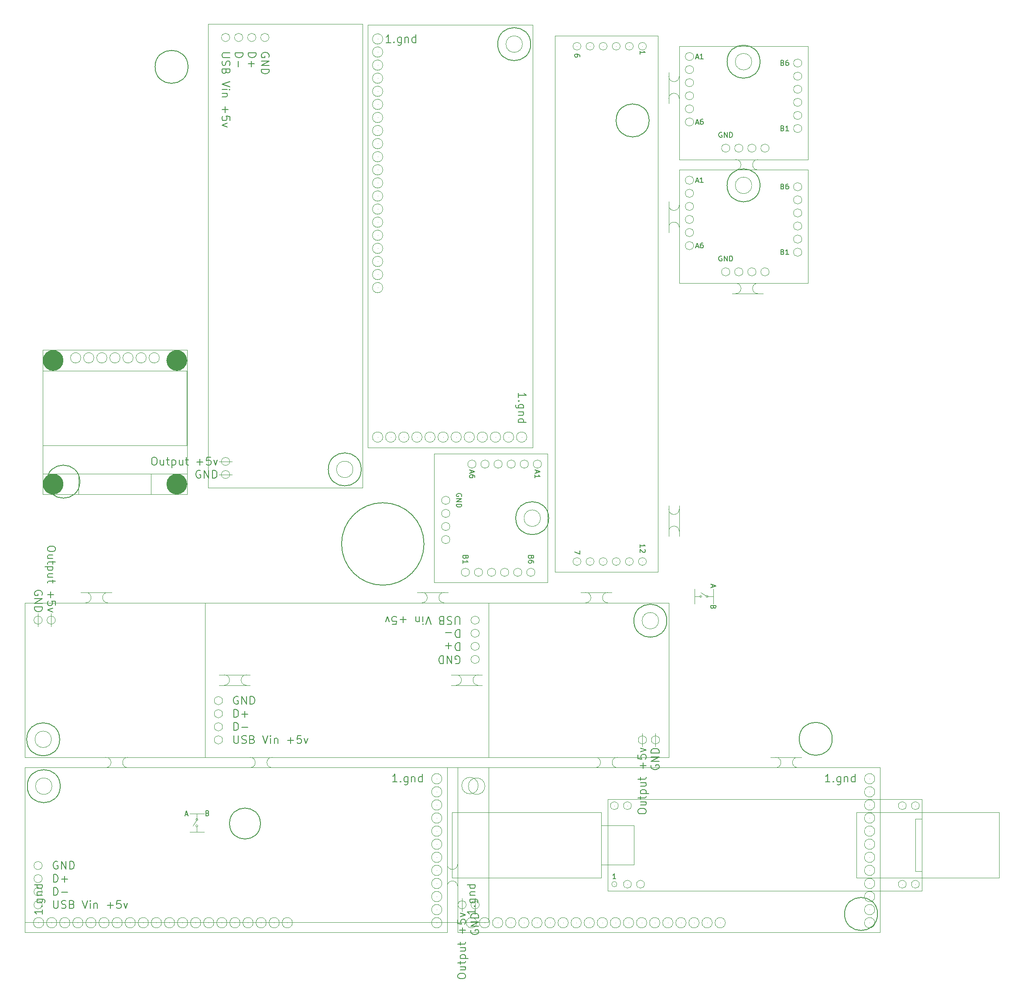
<source format=gbr>
%TF.GenerationSoftware,KiCad,Pcbnew,(6.0.5)*%
%TF.CreationDate,2022-08-12T21:43:39+02:00*%
%TF.ProjectId,clarinoid-devboard,636c6172-696e-46f6-9964-2d646576626f,rev?*%
%TF.SameCoordinates,Original*%
%TF.FileFunction,Other,Comment*%
%FSLAX46Y46*%
G04 Gerber Fmt 4.6, Leading zero omitted, Abs format (unit mm)*
G04 Created by KiCad (PCBNEW (6.0.5)) date 2022-08-12 21:43:39*
%MOMM*%
%LPD*%
G01*
G04 APERTURE LIST*
%ADD10C,0.150000*%
%ADD11C,0.120000*%
%ADD12C,0.100000*%
%ADD13C,2.000000*%
G04 APERTURE END LIST*
D10*
X408629304Y-105440034D02*
G75*
G03*
X408629304Y-105440034I-8000000J0D01*
G01*
%TO.C,U47*%
X466407399Y-49590034D02*
X466312161Y-49542414D01*
X466169304Y-49542414D01*
X466026446Y-49590034D01*
X465931208Y-49685272D01*
X465883589Y-49780510D01*
X465835970Y-49970986D01*
X465835970Y-50113843D01*
X465883589Y-50304319D01*
X465931208Y-50399557D01*
X466026446Y-50494795D01*
X466169304Y-50542414D01*
X466264542Y-50542414D01*
X466407399Y-50494795D01*
X466455018Y-50447176D01*
X466455018Y-50113843D01*
X466264542Y-50113843D01*
X466883589Y-50542414D02*
X466883589Y-49542414D01*
X467455018Y-50542414D01*
X467455018Y-49542414D01*
X467931208Y-50542414D02*
X467931208Y-49542414D01*
X468169304Y-49542414D01*
X468312161Y-49590034D01*
X468407399Y-49685272D01*
X468455018Y-49780510D01*
X468502637Y-49970986D01*
X468502637Y-50113843D01*
X468455018Y-50304319D01*
X468407399Y-50399557D01*
X468312161Y-50494795D01*
X468169304Y-50542414D01*
X467931208Y-50542414D01*
X461375018Y-47716700D02*
X461851208Y-47716700D01*
X461279780Y-48002414D02*
X461613113Y-47002414D01*
X461946446Y-48002414D01*
X462708351Y-47002414D02*
X462517875Y-47002414D01*
X462422637Y-47050034D01*
X462375018Y-47097653D01*
X462279780Y-47240510D01*
X462232161Y-47430986D01*
X462232161Y-47811938D01*
X462279780Y-47907176D01*
X462327399Y-47954795D01*
X462422637Y-48002414D01*
X462613113Y-48002414D01*
X462708351Y-47954795D01*
X462755970Y-47907176D01*
X462803589Y-47811938D01*
X462803589Y-47573843D01*
X462755970Y-47478605D01*
X462708351Y-47430986D01*
X462613113Y-47383367D01*
X462422637Y-47383367D01*
X462327399Y-47430986D01*
X462279780Y-47478605D01*
X462232161Y-47573843D01*
X478194542Y-48748605D02*
X478337399Y-48796224D01*
X478385018Y-48843843D01*
X478432637Y-48939081D01*
X478432637Y-49081938D01*
X478385018Y-49177176D01*
X478337399Y-49224795D01*
X478242161Y-49272414D01*
X477861208Y-49272414D01*
X477861208Y-48272414D01*
X478194542Y-48272414D01*
X478289780Y-48320034D01*
X478337399Y-48367653D01*
X478385018Y-48462891D01*
X478385018Y-48558129D01*
X478337399Y-48653367D01*
X478289780Y-48700986D01*
X478194542Y-48748605D01*
X477861208Y-48748605D01*
X479385018Y-49272414D02*
X478813589Y-49272414D01*
X479099304Y-49272414D02*
X479099304Y-48272414D01*
X479004065Y-48415272D01*
X478908827Y-48510510D01*
X478813589Y-48558129D01*
X478194542Y-36048605D02*
X478337399Y-36096224D01*
X478385018Y-36143843D01*
X478432637Y-36239081D01*
X478432637Y-36381938D01*
X478385018Y-36477176D01*
X478337399Y-36524795D01*
X478242161Y-36572414D01*
X477861208Y-36572414D01*
X477861208Y-35572414D01*
X478194542Y-35572414D01*
X478289780Y-35620034D01*
X478337399Y-35667653D01*
X478385018Y-35762891D01*
X478385018Y-35858129D01*
X478337399Y-35953367D01*
X478289780Y-36000986D01*
X478194542Y-36048605D01*
X477861208Y-36048605D01*
X479289780Y-35572414D02*
X479099304Y-35572414D01*
X479004065Y-35620034D01*
X478956446Y-35667653D01*
X478861208Y-35810510D01*
X478813589Y-36000986D01*
X478813589Y-36381938D01*
X478861208Y-36477176D01*
X478908827Y-36524795D01*
X479004065Y-36572414D01*
X479194542Y-36572414D01*
X479289780Y-36524795D01*
X479337399Y-36477176D01*
X479385018Y-36381938D01*
X479385018Y-36143843D01*
X479337399Y-36048605D01*
X479289780Y-36000986D01*
X479194542Y-35953367D01*
X479004065Y-35953367D01*
X478908827Y-36000986D01*
X478861208Y-36048605D01*
X478813589Y-36143843D01*
X461375018Y-35016700D02*
X461851208Y-35016700D01*
X461279780Y-35302414D02*
X461613113Y-34302414D01*
X461946446Y-35302414D01*
X462803589Y-35302414D02*
X462232161Y-35302414D01*
X462517875Y-35302414D02*
X462517875Y-34302414D01*
X462422637Y-34445272D01*
X462327399Y-34540510D01*
X462232161Y-34588129D01*
%TO.C,U46*%
X466407399Y-25590034D02*
X466312161Y-25542414D01*
X466169304Y-25542414D01*
X466026446Y-25590034D01*
X465931208Y-25685272D01*
X465883589Y-25780510D01*
X465835970Y-25970986D01*
X465835970Y-26113843D01*
X465883589Y-26304319D01*
X465931208Y-26399557D01*
X466026446Y-26494795D01*
X466169304Y-26542414D01*
X466264542Y-26542414D01*
X466407399Y-26494795D01*
X466455018Y-26447176D01*
X466455018Y-26113843D01*
X466264542Y-26113843D01*
X466883589Y-26542414D02*
X466883589Y-25542414D01*
X467455018Y-26542414D01*
X467455018Y-25542414D01*
X467931208Y-26542414D02*
X467931208Y-25542414D01*
X468169304Y-25542414D01*
X468312161Y-25590034D01*
X468407399Y-25685272D01*
X468455018Y-25780510D01*
X468502637Y-25970986D01*
X468502637Y-26113843D01*
X468455018Y-26304319D01*
X468407399Y-26399557D01*
X468312161Y-26494795D01*
X468169304Y-26542414D01*
X467931208Y-26542414D01*
X461375018Y-23716700D02*
X461851208Y-23716700D01*
X461279780Y-24002414D02*
X461613113Y-23002414D01*
X461946446Y-24002414D01*
X462708351Y-23002414D02*
X462517875Y-23002414D01*
X462422637Y-23050034D01*
X462375018Y-23097653D01*
X462279780Y-23240510D01*
X462232161Y-23430986D01*
X462232161Y-23811938D01*
X462279780Y-23907176D01*
X462327399Y-23954795D01*
X462422637Y-24002414D01*
X462613113Y-24002414D01*
X462708351Y-23954795D01*
X462755970Y-23907176D01*
X462803589Y-23811938D01*
X462803589Y-23573843D01*
X462755970Y-23478605D01*
X462708351Y-23430986D01*
X462613113Y-23383367D01*
X462422637Y-23383367D01*
X462327399Y-23430986D01*
X462279780Y-23478605D01*
X462232161Y-23573843D01*
X478194542Y-24748605D02*
X478337399Y-24796224D01*
X478385018Y-24843843D01*
X478432637Y-24939081D01*
X478432637Y-25081938D01*
X478385018Y-25177176D01*
X478337399Y-25224795D01*
X478242161Y-25272414D01*
X477861208Y-25272414D01*
X477861208Y-24272414D01*
X478194542Y-24272414D01*
X478289780Y-24320034D01*
X478337399Y-24367653D01*
X478385018Y-24462891D01*
X478385018Y-24558129D01*
X478337399Y-24653367D01*
X478289780Y-24700986D01*
X478194542Y-24748605D01*
X477861208Y-24748605D01*
X479385018Y-25272414D02*
X478813589Y-25272414D01*
X479099304Y-25272414D02*
X479099304Y-24272414D01*
X479004065Y-24415272D01*
X478908827Y-24510510D01*
X478813589Y-24558129D01*
X478194542Y-12048605D02*
X478337399Y-12096224D01*
X478385018Y-12143843D01*
X478432637Y-12239081D01*
X478432637Y-12381938D01*
X478385018Y-12477176D01*
X478337399Y-12524795D01*
X478242161Y-12572414D01*
X477861208Y-12572414D01*
X477861208Y-11572414D01*
X478194542Y-11572414D01*
X478289780Y-11620034D01*
X478337399Y-11667653D01*
X478385018Y-11762891D01*
X478385018Y-11858129D01*
X478337399Y-11953367D01*
X478289780Y-12000986D01*
X478194542Y-12048605D01*
X477861208Y-12048605D01*
X479289780Y-11572414D02*
X479099304Y-11572414D01*
X479004065Y-11620034D01*
X478956446Y-11667653D01*
X478861208Y-11810510D01*
X478813589Y-12000986D01*
X478813589Y-12381938D01*
X478861208Y-12477176D01*
X478908827Y-12524795D01*
X479004065Y-12572414D01*
X479194542Y-12572414D01*
X479289780Y-12524795D01*
X479337399Y-12477176D01*
X479385018Y-12381938D01*
X479385018Y-12143843D01*
X479337399Y-12048605D01*
X479289780Y-12000986D01*
X479194542Y-11953367D01*
X479004065Y-11953367D01*
X478908827Y-12000986D01*
X478861208Y-12048605D01*
X478813589Y-12143843D01*
X461375018Y-11016700D02*
X461851208Y-11016700D01*
X461279780Y-11302414D02*
X461613113Y-10302414D01*
X461946446Y-11302414D01*
X462803589Y-11302414D02*
X462232161Y-11302414D01*
X462517875Y-11302414D02*
X462517875Y-10302414D01*
X462422637Y-10445272D01*
X462327399Y-10540510D01*
X462232161Y-10588129D01*
%TO.C,U43*%
X334535970Y-176409200D02*
X334535970Y-177289200D01*
X334535970Y-176849200D02*
X332995970Y-176849200D01*
X333215970Y-176995867D01*
X333362637Y-177142534D01*
X333435970Y-177289200D01*
X334389304Y-175749200D02*
X334462637Y-175675867D01*
X334535970Y-175749200D01*
X334462637Y-175822534D01*
X334389304Y-175749200D01*
X334535970Y-175749200D01*
X333509304Y-174355867D02*
X334755970Y-174355867D01*
X334902637Y-174429200D01*
X334975970Y-174502534D01*
X335049304Y-174649200D01*
X335049304Y-174869200D01*
X334975970Y-175015867D01*
X334462637Y-174355867D02*
X334535970Y-174502534D01*
X334535970Y-174795867D01*
X334462637Y-174942534D01*
X334389304Y-175015867D01*
X334242637Y-175089200D01*
X333802637Y-175089200D01*
X333655970Y-175015867D01*
X333582637Y-174942534D01*
X333509304Y-174795867D01*
X333509304Y-174502534D01*
X333582637Y-174355867D01*
X333509304Y-173622534D02*
X334535970Y-173622534D01*
X333655970Y-173622534D02*
X333582637Y-173549200D01*
X333509304Y-173402534D01*
X333509304Y-173182534D01*
X333582637Y-173035867D01*
X333729304Y-172962534D01*
X334535970Y-172962534D01*
X334535970Y-171569200D02*
X332995970Y-171569200D01*
X334462637Y-171569200D02*
X334535970Y-171715867D01*
X334535970Y-172009200D01*
X334462637Y-172155867D01*
X334389304Y-172229200D01*
X334242637Y-172302534D01*
X333802637Y-172302534D01*
X333655970Y-172229200D01*
X333582637Y-172155867D01*
X333509304Y-172009200D01*
X333509304Y-171715867D01*
X333582637Y-171569200D01*
X403425137Y-151641700D02*
X402545137Y-151641700D01*
X402985137Y-151641700D02*
X402985137Y-150101700D01*
X402838470Y-150321700D01*
X402691804Y-150468367D01*
X402545137Y-150541700D01*
X404085137Y-151495034D02*
X404158470Y-151568367D01*
X404085137Y-151641700D01*
X404011804Y-151568367D01*
X404085137Y-151495034D01*
X404085137Y-151641700D01*
X405478470Y-150615034D02*
X405478470Y-151861700D01*
X405405137Y-152008367D01*
X405331804Y-152081700D01*
X405185137Y-152155034D01*
X404965137Y-152155034D01*
X404818470Y-152081700D01*
X405478470Y-151568367D02*
X405331804Y-151641700D01*
X405038470Y-151641700D01*
X404891804Y-151568367D01*
X404818470Y-151495034D01*
X404745137Y-151348367D01*
X404745137Y-150908367D01*
X404818470Y-150761700D01*
X404891804Y-150688367D01*
X405038470Y-150615034D01*
X405331804Y-150615034D01*
X405478470Y-150688367D01*
X406211804Y-150615034D02*
X406211804Y-151641700D01*
X406211804Y-150761700D02*
X406285137Y-150688367D01*
X406431804Y-150615034D01*
X406651804Y-150615034D01*
X406798470Y-150688367D01*
X406871804Y-150835034D01*
X406871804Y-151641700D01*
X408265137Y-151641700D02*
X408265137Y-150101700D01*
X408265137Y-151568367D02*
X408118470Y-151641700D01*
X407825137Y-151641700D01*
X407678470Y-151568367D01*
X407605137Y-151495034D01*
X407531804Y-151348367D01*
X407531804Y-150908367D01*
X407605137Y-150761700D01*
X407678470Y-150688367D01*
X407825137Y-150615034D01*
X408118470Y-150615034D01*
X408265137Y-150688367D01*
%TO.C,U42*%
X418535970Y-176409200D02*
X418535970Y-177289200D01*
X418535970Y-176849200D02*
X416995970Y-176849200D01*
X417215970Y-176995867D01*
X417362637Y-177142534D01*
X417435970Y-177289200D01*
X418389304Y-175749200D02*
X418462637Y-175675867D01*
X418535970Y-175749200D01*
X418462637Y-175822534D01*
X418389304Y-175749200D01*
X418535970Y-175749200D01*
X417509304Y-174355867D02*
X418755970Y-174355867D01*
X418902637Y-174429200D01*
X418975970Y-174502534D01*
X419049304Y-174649200D01*
X419049304Y-174869200D01*
X418975970Y-175015867D01*
X418462637Y-174355867D02*
X418535970Y-174502534D01*
X418535970Y-174795867D01*
X418462637Y-174942534D01*
X418389304Y-175015867D01*
X418242637Y-175089200D01*
X417802637Y-175089200D01*
X417655970Y-175015867D01*
X417582637Y-174942534D01*
X417509304Y-174795867D01*
X417509304Y-174502534D01*
X417582637Y-174355867D01*
X417509304Y-173622534D02*
X418535970Y-173622534D01*
X417655970Y-173622534D02*
X417582637Y-173549200D01*
X417509304Y-173402534D01*
X417509304Y-173182534D01*
X417582637Y-173035867D01*
X417729304Y-172962534D01*
X418535970Y-172962534D01*
X418535970Y-171569200D02*
X416995970Y-171569200D01*
X418462637Y-171569200D02*
X418535970Y-171715867D01*
X418535970Y-172009200D01*
X418462637Y-172155867D01*
X418389304Y-172229200D01*
X418242637Y-172302534D01*
X417802637Y-172302534D01*
X417655970Y-172229200D01*
X417582637Y-172155867D01*
X417509304Y-172009200D01*
X417509304Y-171715867D01*
X417582637Y-171569200D01*
X487425137Y-151641700D02*
X486545137Y-151641700D01*
X486985137Y-151641700D02*
X486985137Y-150101700D01*
X486838470Y-150321700D01*
X486691804Y-150468367D01*
X486545137Y-150541700D01*
X488085137Y-151495034D02*
X488158470Y-151568367D01*
X488085137Y-151641700D01*
X488011804Y-151568367D01*
X488085137Y-151495034D01*
X488085137Y-151641700D01*
X489478470Y-150615034D02*
X489478470Y-151861700D01*
X489405137Y-152008367D01*
X489331804Y-152081700D01*
X489185137Y-152155034D01*
X488965137Y-152155034D01*
X488818470Y-152081700D01*
X489478470Y-151568367D02*
X489331804Y-151641700D01*
X489038470Y-151641700D01*
X488891804Y-151568367D01*
X488818470Y-151495034D01*
X488745137Y-151348367D01*
X488745137Y-150908367D01*
X488818470Y-150761700D01*
X488891804Y-150688367D01*
X489038470Y-150615034D01*
X489331804Y-150615034D01*
X489478470Y-150688367D01*
X490211804Y-150615034D02*
X490211804Y-151641700D01*
X490211804Y-150761700D02*
X490285137Y-150688367D01*
X490431804Y-150615034D01*
X490651804Y-150615034D01*
X490798470Y-150688367D01*
X490871804Y-150835034D01*
X490871804Y-151641700D01*
X492265137Y-151641700D02*
X492265137Y-150101700D01*
X492265137Y-151568367D02*
X492118470Y-151641700D01*
X491825137Y-151641700D01*
X491678470Y-151568367D01*
X491605137Y-151495034D01*
X491531804Y-151348367D01*
X491531804Y-150908367D01*
X491605137Y-150761700D01*
X491678470Y-150688367D01*
X491825137Y-150615034D01*
X492118470Y-150615034D01*
X492265137Y-150688367D01*
%TO.C,U6*%
X445850018Y-170398414D02*
X445278589Y-170398414D01*
X445564304Y-170398414D02*
X445564304Y-169398414D01*
X445469065Y-169541272D01*
X445373827Y-169636510D01*
X445278589Y-169684129D01*
%TO.C,U18*%
X415545137Y-121073367D02*
X415545137Y-119826700D01*
X415471804Y-119680034D01*
X415398470Y-119606700D01*
X415251804Y-119533367D01*
X414958470Y-119533367D01*
X414811804Y-119606700D01*
X414738470Y-119680034D01*
X414665137Y-119826700D01*
X414665137Y-121073367D01*
X414005137Y-119606700D02*
X413785137Y-119533367D01*
X413418470Y-119533367D01*
X413271804Y-119606700D01*
X413198470Y-119680034D01*
X413125137Y-119826700D01*
X413125137Y-119973367D01*
X413198470Y-120120034D01*
X413271804Y-120193367D01*
X413418470Y-120266700D01*
X413711804Y-120340034D01*
X413858470Y-120413367D01*
X413931804Y-120486700D01*
X414005137Y-120633367D01*
X414005137Y-120780034D01*
X413931804Y-120926700D01*
X413858470Y-121000034D01*
X413711804Y-121073367D01*
X413345137Y-121073367D01*
X413125137Y-121000034D01*
X411951804Y-120340034D02*
X411731804Y-120266700D01*
X411658470Y-120193367D01*
X411585137Y-120046700D01*
X411585137Y-119826700D01*
X411658470Y-119680034D01*
X411731804Y-119606700D01*
X411878470Y-119533367D01*
X412465137Y-119533367D01*
X412465137Y-121073367D01*
X411951804Y-121073367D01*
X411805137Y-121000034D01*
X411731804Y-120926700D01*
X411658470Y-120780034D01*
X411658470Y-120633367D01*
X411731804Y-120486700D01*
X411805137Y-120413367D01*
X411951804Y-120340034D01*
X412465137Y-120340034D01*
X409971804Y-121073367D02*
X409458470Y-119533367D01*
X408945137Y-121073367D01*
X408431804Y-119533367D02*
X408431804Y-120560034D01*
X408431804Y-121073367D02*
X408505137Y-121000034D01*
X408431804Y-120926700D01*
X408358470Y-121000034D01*
X408431804Y-121073367D01*
X408431804Y-120926700D01*
X407698470Y-120560034D02*
X407698470Y-119533367D01*
X407698470Y-120413367D02*
X407625137Y-120486700D01*
X407478470Y-120560034D01*
X407258470Y-120560034D01*
X407111804Y-120486700D01*
X407038470Y-120340034D01*
X407038470Y-119533367D01*
X405131804Y-120120034D02*
X403958470Y-120120034D01*
X404545137Y-119533367D02*
X404545137Y-120706700D01*
X402491804Y-121073367D02*
X403225137Y-121073367D01*
X403298470Y-120340034D01*
X403225137Y-120413367D01*
X403078470Y-120486700D01*
X402711804Y-120486700D01*
X402565137Y-120413367D01*
X402491804Y-120340034D01*
X402418470Y-120193367D01*
X402418470Y-119826700D01*
X402491804Y-119680034D01*
X402565137Y-119606700D01*
X402711804Y-119533367D01*
X403078470Y-119533367D01*
X403225137Y-119606700D01*
X403298470Y-119680034D01*
X401905137Y-120560034D02*
X401538470Y-119533367D01*
X401171804Y-120560034D01*
X337112637Y-106249200D02*
X337112637Y-106542534D01*
X337039304Y-106689200D01*
X336892637Y-106835867D01*
X336599304Y-106909200D01*
X336085970Y-106909200D01*
X335792637Y-106835867D01*
X335645970Y-106689200D01*
X335572637Y-106542534D01*
X335572637Y-106249200D01*
X335645970Y-106102534D01*
X335792637Y-105955867D01*
X336085970Y-105882534D01*
X336599304Y-105882534D01*
X336892637Y-105955867D01*
X337039304Y-106102534D01*
X337112637Y-106249200D01*
X336599304Y-108229200D02*
X335572637Y-108229200D01*
X336599304Y-107569200D02*
X335792637Y-107569200D01*
X335645970Y-107642534D01*
X335572637Y-107789200D01*
X335572637Y-108009200D01*
X335645970Y-108155867D01*
X335719304Y-108229200D01*
X336599304Y-108742534D02*
X336599304Y-109329200D01*
X337112637Y-108962534D02*
X335792637Y-108962534D01*
X335645970Y-109035867D01*
X335572637Y-109182534D01*
X335572637Y-109329200D01*
X336599304Y-109842534D02*
X335059304Y-109842534D01*
X336525970Y-109842534D02*
X336599304Y-109989200D01*
X336599304Y-110282534D01*
X336525970Y-110429200D01*
X336452637Y-110502534D01*
X336305970Y-110575867D01*
X335865970Y-110575867D01*
X335719304Y-110502534D01*
X335645970Y-110429200D01*
X335572637Y-110282534D01*
X335572637Y-109989200D01*
X335645970Y-109842534D01*
X336599304Y-111895867D02*
X335572637Y-111895867D01*
X336599304Y-111235867D02*
X335792637Y-111235867D01*
X335645970Y-111309200D01*
X335572637Y-111455867D01*
X335572637Y-111675867D01*
X335645970Y-111822534D01*
X335719304Y-111895867D01*
X336599304Y-112409200D02*
X336599304Y-112995867D01*
X337112637Y-112629200D02*
X335792637Y-112629200D01*
X335645970Y-112702534D01*
X335572637Y-112849200D01*
X335572637Y-112995867D01*
X336159304Y-114682534D02*
X336159304Y-115855867D01*
X335572637Y-115269200D02*
X336745970Y-115269200D01*
X337112637Y-117322534D02*
X337112637Y-116589200D01*
X336379304Y-116515867D01*
X336452637Y-116589200D01*
X336525970Y-116735867D01*
X336525970Y-117102534D01*
X336452637Y-117249200D01*
X336379304Y-117322534D01*
X336232637Y-117395867D01*
X335865970Y-117395867D01*
X335719304Y-117322534D01*
X335645970Y-117249200D01*
X335572637Y-117102534D01*
X335572637Y-116735867D01*
X335645970Y-116589200D01*
X335719304Y-116515867D01*
X336599304Y-117909200D02*
X335572637Y-118275867D01*
X336599304Y-118642534D01*
X334499304Y-115342534D02*
X334572637Y-115195867D01*
X334572637Y-114975867D01*
X334499304Y-114755867D01*
X334352637Y-114609200D01*
X334205970Y-114535867D01*
X333912637Y-114462534D01*
X333692637Y-114462534D01*
X333399304Y-114535867D01*
X333252637Y-114609200D01*
X333105970Y-114755867D01*
X333032637Y-114975867D01*
X333032637Y-115122534D01*
X333105970Y-115342534D01*
X333179304Y-115415867D01*
X333692637Y-115415867D01*
X333692637Y-115122534D01*
X333032637Y-116075867D02*
X334572637Y-116075867D01*
X333032637Y-116955867D01*
X334572637Y-116955867D01*
X333032637Y-117689200D02*
X334572637Y-117689200D01*
X334572637Y-118055867D01*
X334499304Y-118275867D01*
X334352637Y-118422534D01*
X334205970Y-118495867D01*
X333912637Y-118569200D01*
X333692637Y-118569200D01*
X333399304Y-118495867D01*
X333252637Y-118422534D01*
X333105970Y-118275867D01*
X333032637Y-118055867D01*
X333032637Y-117689200D01*
X414738470Y-128620034D02*
X414885137Y-128693367D01*
X415105137Y-128693367D01*
X415325137Y-128620034D01*
X415471804Y-128473367D01*
X415545137Y-128326700D01*
X415618470Y-128033367D01*
X415618470Y-127813367D01*
X415545137Y-127520034D01*
X415471804Y-127373367D01*
X415325137Y-127226700D01*
X415105137Y-127153367D01*
X414958470Y-127153367D01*
X414738470Y-127226700D01*
X414665137Y-127300034D01*
X414665137Y-127813367D01*
X414958470Y-127813367D01*
X414005137Y-127153367D02*
X414005137Y-128693367D01*
X413125137Y-127153367D01*
X413125137Y-128693367D01*
X412391804Y-127153367D02*
X412391804Y-128693367D01*
X412025137Y-128693367D01*
X411805137Y-128620034D01*
X411658470Y-128473367D01*
X411585137Y-128326700D01*
X411511804Y-128033367D01*
X411511804Y-127813367D01*
X411585137Y-127520034D01*
X411658470Y-127373367D01*
X411805137Y-127226700D01*
X412025137Y-127153367D01*
X412391804Y-127153367D01*
X415545137Y-124613367D02*
X415545137Y-126153367D01*
X415178470Y-126153367D01*
X414958470Y-126080034D01*
X414811804Y-125933367D01*
X414738470Y-125786700D01*
X414665137Y-125493367D01*
X414665137Y-125273367D01*
X414738470Y-124980034D01*
X414811804Y-124833367D01*
X414958470Y-124686700D01*
X415178470Y-124613367D01*
X415545137Y-124613367D01*
X414005137Y-125200034D02*
X412831804Y-125200034D01*
X413418470Y-124613367D02*
X413418470Y-125786700D01*
X415545137Y-122073367D02*
X415545137Y-123613367D01*
X415178470Y-123613367D01*
X414958470Y-123540034D01*
X414811804Y-123393367D01*
X414738470Y-123246700D01*
X414665137Y-122953367D01*
X414665137Y-122733367D01*
X414738470Y-122440034D01*
X414811804Y-122293367D01*
X414958470Y-122146700D01*
X415178470Y-122073367D01*
X415545137Y-122073367D01*
X414005137Y-122660034D02*
X412831804Y-122660034D01*
%TO.C,U16*%
X356138470Y-88586700D02*
X356431804Y-88586700D01*
X356578470Y-88660034D01*
X356725137Y-88806700D01*
X356798470Y-89100034D01*
X356798470Y-89613367D01*
X356725137Y-89906700D01*
X356578470Y-90053367D01*
X356431804Y-90126700D01*
X356138470Y-90126700D01*
X355991804Y-90053367D01*
X355845137Y-89906700D01*
X355771804Y-89613367D01*
X355771804Y-89100034D01*
X355845137Y-88806700D01*
X355991804Y-88660034D01*
X356138470Y-88586700D01*
X358118470Y-89100034D02*
X358118470Y-90126700D01*
X357458470Y-89100034D02*
X357458470Y-89906700D01*
X357531804Y-90053367D01*
X357678470Y-90126700D01*
X357898470Y-90126700D01*
X358045137Y-90053367D01*
X358118470Y-89980034D01*
X358631804Y-89100034D02*
X359218470Y-89100034D01*
X358851804Y-88586700D02*
X358851804Y-89906700D01*
X358925137Y-90053367D01*
X359071804Y-90126700D01*
X359218470Y-90126700D01*
X359731804Y-89100034D02*
X359731804Y-90640034D01*
X359731804Y-89173367D02*
X359878470Y-89100034D01*
X360171804Y-89100034D01*
X360318470Y-89173367D01*
X360391804Y-89246700D01*
X360465137Y-89393367D01*
X360465137Y-89833367D01*
X360391804Y-89980034D01*
X360318470Y-90053367D01*
X360171804Y-90126700D01*
X359878470Y-90126700D01*
X359731804Y-90053367D01*
X361785137Y-89100034D02*
X361785137Y-90126700D01*
X361125137Y-89100034D02*
X361125137Y-89906700D01*
X361198470Y-90053367D01*
X361345137Y-90126700D01*
X361565137Y-90126700D01*
X361711804Y-90053367D01*
X361785137Y-89980034D01*
X362298470Y-89100034D02*
X362885137Y-89100034D01*
X362518470Y-88586700D02*
X362518470Y-89906700D01*
X362591804Y-90053367D01*
X362738470Y-90126700D01*
X362885137Y-90126700D01*
X364571804Y-89540034D02*
X365745137Y-89540034D01*
X365158470Y-90126700D02*
X365158470Y-88953367D01*
X367211804Y-88586700D02*
X366478470Y-88586700D01*
X366405137Y-89320034D01*
X366478470Y-89246700D01*
X366625137Y-89173367D01*
X366991804Y-89173367D01*
X367138470Y-89246700D01*
X367211804Y-89320034D01*
X367285137Y-89466700D01*
X367285137Y-89833367D01*
X367211804Y-89980034D01*
X367138470Y-90053367D01*
X366991804Y-90126700D01*
X366625137Y-90126700D01*
X366478470Y-90053367D01*
X366405137Y-89980034D01*
X367798470Y-89100034D02*
X368165137Y-90126700D01*
X368531804Y-89100034D01*
X374502637Y-10154200D02*
X376042637Y-10154200D01*
X376042637Y-10520867D01*
X375969304Y-10740867D01*
X375822637Y-10887534D01*
X375675970Y-10960867D01*
X375382637Y-11034200D01*
X375162637Y-11034200D01*
X374869304Y-10960867D01*
X374722637Y-10887534D01*
X374575970Y-10740867D01*
X374502637Y-10520867D01*
X374502637Y-10154200D01*
X375089304Y-11694200D02*
X375089304Y-12867534D01*
X374502637Y-12280867D02*
X375675970Y-12280867D01*
X365231804Y-91200034D02*
X365085137Y-91126700D01*
X364865137Y-91126700D01*
X364645137Y-91200034D01*
X364498470Y-91346700D01*
X364425137Y-91493367D01*
X364351804Y-91786700D01*
X364351804Y-92006700D01*
X364425137Y-92300034D01*
X364498470Y-92446700D01*
X364645137Y-92593367D01*
X364865137Y-92666700D01*
X365011804Y-92666700D01*
X365231804Y-92593367D01*
X365305137Y-92520034D01*
X365305137Y-92006700D01*
X365011804Y-92006700D01*
X365965137Y-92666700D02*
X365965137Y-91126700D01*
X366845137Y-92666700D01*
X366845137Y-91126700D01*
X367578470Y-92666700D02*
X367578470Y-91126700D01*
X367945137Y-91126700D01*
X368165137Y-91200034D01*
X368311804Y-91346700D01*
X368385137Y-91493367D01*
X368458470Y-91786700D01*
X368458470Y-92006700D01*
X368385137Y-92300034D01*
X368311804Y-92446700D01*
X368165137Y-92593367D01*
X367945137Y-92666700D01*
X367578470Y-92666700D01*
X371962637Y-10154200D02*
X373502637Y-10154200D01*
X373502637Y-10520867D01*
X373429304Y-10740867D01*
X373282637Y-10887534D01*
X373135970Y-10960867D01*
X372842637Y-11034200D01*
X372622637Y-11034200D01*
X372329304Y-10960867D01*
X372182637Y-10887534D01*
X372035970Y-10740867D01*
X371962637Y-10520867D01*
X371962637Y-10154200D01*
X372549304Y-11694200D02*
X372549304Y-12867534D01*
X370962637Y-10154200D02*
X369715970Y-10154200D01*
X369569304Y-10227534D01*
X369495970Y-10300867D01*
X369422637Y-10447534D01*
X369422637Y-10740867D01*
X369495970Y-10887534D01*
X369569304Y-10960867D01*
X369715970Y-11034200D01*
X370962637Y-11034200D01*
X369495970Y-11694200D02*
X369422637Y-11914200D01*
X369422637Y-12280867D01*
X369495970Y-12427534D01*
X369569304Y-12500867D01*
X369715970Y-12574200D01*
X369862637Y-12574200D01*
X370009304Y-12500867D01*
X370082637Y-12427534D01*
X370155970Y-12280867D01*
X370229304Y-11987534D01*
X370302637Y-11840867D01*
X370375970Y-11767534D01*
X370522637Y-11694200D01*
X370669304Y-11694200D01*
X370815970Y-11767534D01*
X370889304Y-11840867D01*
X370962637Y-11987534D01*
X370962637Y-12354200D01*
X370889304Y-12574200D01*
X370229304Y-13747534D02*
X370155970Y-13967534D01*
X370082637Y-14040867D01*
X369935970Y-14114200D01*
X369715970Y-14114200D01*
X369569304Y-14040867D01*
X369495970Y-13967534D01*
X369422637Y-13820867D01*
X369422637Y-13234200D01*
X370962637Y-13234200D01*
X370962637Y-13747534D01*
X370889304Y-13894200D01*
X370815970Y-13967534D01*
X370669304Y-14040867D01*
X370522637Y-14040867D01*
X370375970Y-13967534D01*
X370302637Y-13894200D01*
X370229304Y-13747534D01*
X370229304Y-13234200D01*
X370962637Y-15727534D02*
X369422637Y-16240867D01*
X370962637Y-16754200D01*
X369422637Y-17267534D02*
X370449304Y-17267534D01*
X370962637Y-17267534D02*
X370889304Y-17194200D01*
X370815970Y-17267534D01*
X370889304Y-17340867D01*
X370962637Y-17267534D01*
X370815970Y-17267534D01*
X370449304Y-18000867D02*
X369422637Y-18000867D01*
X370302637Y-18000867D02*
X370375970Y-18074200D01*
X370449304Y-18220867D01*
X370449304Y-18440867D01*
X370375970Y-18587534D01*
X370229304Y-18660867D01*
X369422637Y-18660867D01*
X370009304Y-20567534D02*
X370009304Y-21740867D01*
X369422637Y-21154200D02*
X370595970Y-21154200D01*
X370962637Y-23207534D02*
X370962637Y-22474200D01*
X370229304Y-22400867D01*
X370302637Y-22474200D01*
X370375970Y-22620867D01*
X370375970Y-22987534D01*
X370302637Y-23134200D01*
X370229304Y-23207534D01*
X370082637Y-23280867D01*
X369715970Y-23280867D01*
X369569304Y-23207534D01*
X369495970Y-23134200D01*
X369422637Y-22987534D01*
X369422637Y-22620867D01*
X369495970Y-22474200D01*
X369569304Y-22400867D01*
X370449304Y-23794200D02*
X369422637Y-24160867D01*
X370449304Y-24527534D01*
X378509304Y-10960867D02*
X378582637Y-10814200D01*
X378582637Y-10594200D01*
X378509304Y-10374200D01*
X378362637Y-10227534D01*
X378215970Y-10154200D01*
X377922637Y-10080867D01*
X377702637Y-10080867D01*
X377409304Y-10154200D01*
X377262637Y-10227534D01*
X377115970Y-10374200D01*
X377042637Y-10594200D01*
X377042637Y-10740867D01*
X377115970Y-10960867D01*
X377189304Y-11034200D01*
X377702637Y-11034200D01*
X377702637Y-10740867D01*
X377042637Y-11694200D02*
X378582637Y-11694200D01*
X377042637Y-12574200D01*
X378582637Y-12574200D01*
X377042637Y-13307534D02*
X378582637Y-13307534D01*
X378582637Y-13674200D01*
X378509304Y-13894200D01*
X378362637Y-14040867D01*
X378215970Y-14114200D01*
X377922637Y-14187534D01*
X377702637Y-14187534D01*
X377409304Y-14114200D01*
X377262637Y-14040867D01*
X377115970Y-13894200D01*
X377042637Y-13674200D01*
X377042637Y-13307534D01*
%TO.C,U39*%
X415165970Y-189450867D02*
X415165970Y-189157534D01*
X415239304Y-189010867D01*
X415385970Y-188864200D01*
X415679304Y-188790867D01*
X416192637Y-188790867D01*
X416485970Y-188864200D01*
X416632637Y-189010867D01*
X416705970Y-189157534D01*
X416705970Y-189450867D01*
X416632637Y-189597534D01*
X416485970Y-189744200D01*
X416192637Y-189817534D01*
X415679304Y-189817534D01*
X415385970Y-189744200D01*
X415239304Y-189597534D01*
X415165970Y-189450867D01*
X415679304Y-187470867D02*
X416705970Y-187470867D01*
X415679304Y-188130867D02*
X416485970Y-188130867D01*
X416632637Y-188057534D01*
X416705970Y-187910867D01*
X416705970Y-187690867D01*
X416632637Y-187544200D01*
X416559304Y-187470867D01*
X415679304Y-186957534D02*
X415679304Y-186370867D01*
X415165970Y-186737534D02*
X416485970Y-186737534D01*
X416632637Y-186664200D01*
X416705970Y-186517534D01*
X416705970Y-186370867D01*
X415679304Y-185857534D02*
X417219304Y-185857534D01*
X415752637Y-185857534D02*
X415679304Y-185710867D01*
X415679304Y-185417534D01*
X415752637Y-185270867D01*
X415825970Y-185197534D01*
X415972637Y-185124200D01*
X416412637Y-185124200D01*
X416559304Y-185197534D01*
X416632637Y-185270867D01*
X416705970Y-185417534D01*
X416705970Y-185710867D01*
X416632637Y-185857534D01*
X415679304Y-183804200D02*
X416705970Y-183804200D01*
X415679304Y-184464200D02*
X416485970Y-184464200D01*
X416632637Y-184390867D01*
X416705970Y-184244200D01*
X416705970Y-184024200D01*
X416632637Y-183877534D01*
X416559304Y-183804200D01*
X415679304Y-183290867D02*
X415679304Y-182704200D01*
X415165970Y-183070867D02*
X416485970Y-183070867D01*
X416632637Y-182997534D01*
X416705970Y-182850867D01*
X416705970Y-182704200D01*
X416119304Y-181017534D02*
X416119304Y-179844200D01*
X416705970Y-180430867D02*
X415532637Y-180430867D01*
X415165970Y-178377534D02*
X415165970Y-179110867D01*
X415899304Y-179184200D01*
X415825970Y-179110867D01*
X415752637Y-178964200D01*
X415752637Y-178597534D01*
X415825970Y-178450867D01*
X415899304Y-178377534D01*
X416045970Y-178304200D01*
X416412637Y-178304200D01*
X416559304Y-178377534D01*
X416632637Y-178450867D01*
X416705970Y-178597534D01*
X416705970Y-178964200D01*
X416632637Y-179110867D01*
X416559304Y-179184200D01*
X415679304Y-177790867D02*
X416705970Y-177424200D01*
X415679304Y-177057534D01*
X336733470Y-173626700D02*
X336733470Y-172086700D01*
X337100137Y-172086700D01*
X337320137Y-172160034D01*
X337466804Y-172306700D01*
X337540137Y-172453367D01*
X337613470Y-172746700D01*
X337613470Y-172966700D01*
X337540137Y-173260034D01*
X337466804Y-173406700D01*
X337320137Y-173553367D01*
X337100137Y-173626700D01*
X336733470Y-173626700D01*
X338273470Y-173040034D02*
X339446804Y-173040034D01*
X417779304Y-180357534D02*
X417705970Y-180504200D01*
X417705970Y-180724200D01*
X417779304Y-180944200D01*
X417925970Y-181090867D01*
X418072637Y-181164200D01*
X418365970Y-181237534D01*
X418585970Y-181237534D01*
X418879304Y-181164200D01*
X419025970Y-181090867D01*
X419172637Y-180944200D01*
X419245970Y-180724200D01*
X419245970Y-180577534D01*
X419172637Y-180357534D01*
X419099304Y-180284200D01*
X418585970Y-180284200D01*
X418585970Y-180577534D01*
X419245970Y-179624200D02*
X417705970Y-179624200D01*
X419245970Y-178744200D01*
X417705970Y-178744200D01*
X419245970Y-178010867D02*
X417705970Y-178010867D01*
X417705970Y-177644200D01*
X417779304Y-177424200D01*
X417925970Y-177277534D01*
X418072637Y-177204200D01*
X418365970Y-177130867D01*
X418585970Y-177130867D01*
X418879304Y-177204200D01*
X419025970Y-177277534D01*
X419172637Y-177424200D01*
X419245970Y-177644200D01*
X419245970Y-178010867D01*
X337540137Y-167080034D02*
X337393470Y-167006700D01*
X337173470Y-167006700D01*
X336953470Y-167080034D01*
X336806804Y-167226700D01*
X336733470Y-167373367D01*
X336660137Y-167666700D01*
X336660137Y-167886700D01*
X336733470Y-168180034D01*
X336806804Y-168326700D01*
X336953470Y-168473367D01*
X337173470Y-168546700D01*
X337320137Y-168546700D01*
X337540137Y-168473367D01*
X337613470Y-168400034D01*
X337613470Y-167886700D01*
X337320137Y-167886700D01*
X338273470Y-168546700D02*
X338273470Y-167006700D01*
X339153470Y-168546700D01*
X339153470Y-167006700D01*
X339886804Y-168546700D02*
X339886804Y-167006700D01*
X340253470Y-167006700D01*
X340473470Y-167080034D01*
X340620137Y-167226700D01*
X340693470Y-167373367D01*
X340766804Y-167666700D01*
X340766804Y-167886700D01*
X340693470Y-168180034D01*
X340620137Y-168326700D01*
X340473470Y-168473367D01*
X340253470Y-168546700D01*
X339886804Y-168546700D01*
X336733470Y-174626700D02*
X336733470Y-175873367D01*
X336806804Y-176020034D01*
X336880137Y-176093367D01*
X337026804Y-176166700D01*
X337320137Y-176166700D01*
X337466804Y-176093367D01*
X337540137Y-176020034D01*
X337613470Y-175873367D01*
X337613470Y-174626700D01*
X338273470Y-176093367D02*
X338493470Y-176166700D01*
X338860137Y-176166700D01*
X339006804Y-176093367D01*
X339080137Y-176020034D01*
X339153470Y-175873367D01*
X339153470Y-175726700D01*
X339080137Y-175580034D01*
X339006804Y-175506700D01*
X338860137Y-175433367D01*
X338566804Y-175360034D01*
X338420137Y-175286700D01*
X338346804Y-175213367D01*
X338273470Y-175066700D01*
X338273470Y-174920034D01*
X338346804Y-174773367D01*
X338420137Y-174700034D01*
X338566804Y-174626700D01*
X338933470Y-174626700D01*
X339153470Y-174700034D01*
X340326804Y-175360034D02*
X340546804Y-175433367D01*
X340620137Y-175506700D01*
X340693470Y-175653367D01*
X340693470Y-175873367D01*
X340620137Y-176020034D01*
X340546804Y-176093367D01*
X340400137Y-176166700D01*
X339813470Y-176166700D01*
X339813470Y-174626700D01*
X340326804Y-174626700D01*
X340473470Y-174700034D01*
X340546804Y-174773367D01*
X340620137Y-174920034D01*
X340620137Y-175066700D01*
X340546804Y-175213367D01*
X340473470Y-175286700D01*
X340326804Y-175360034D01*
X339813470Y-175360034D01*
X342306804Y-174626700D02*
X342820137Y-176166700D01*
X343333470Y-174626700D01*
X343846804Y-176166700D02*
X343846804Y-175140034D01*
X343846804Y-174626700D02*
X343773470Y-174700034D01*
X343846804Y-174773367D01*
X343920137Y-174700034D01*
X343846804Y-174626700D01*
X343846804Y-174773367D01*
X344580137Y-175140034D02*
X344580137Y-176166700D01*
X344580137Y-175286700D02*
X344653470Y-175213367D01*
X344800137Y-175140034D01*
X345020137Y-175140034D01*
X345166804Y-175213367D01*
X345240137Y-175360034D01*
X345240137Y-176166700D01*
X347146804Y-175580034D02*
X348320137Y-175580034D01*
X347733470Y-176166700D02*
X347733470Y-174993367D01*
X349786804Y-174626700D02*
X349053470Y-174626700D01*
X348980137Y-175360034D01*
X349053470Y-175286700D01*
X349200137Y-175213367D01*
X349566804Y-175213367D01*
X349713470Y-175286700D01*
X349786804Y-175360034D01*
X349860137Y-175506700D01*
X349860137Y-175873367D01*
X349786804Y-176020034D01*
X349713470Y-176093367D01*
X349566804Y-176166700D01*
X349200137Y-176166700D01*
X349053470Y-176093367D01*
X348980137Y-176020034D01*
X350373470Y-175140034D02*
X350740137Y-176166700D01*
X351106804Y-175140034D01*
X336733470Y-171086700D02*
X336733470Y-169546700D01*
X337100137Y-169546700D01*
X337320137Y-169620034D01*
X337466804Y-169766700D01*
X337540137Y-169913367D01*
X337613470Y-170206700D01*
X337613470Y-170426700D01*
X337540137Y-170720034D01*
X337466804Y-170866700D01*
X337320137Y-171013367D01*
X337100137Y-171086700D01*
X336733470Y-171086700D01*
X338273470Y-170500034D02*
X339446804Y-170500034D01*
X338860137Y-171086700D02*
X338860137Y-169913367D01*
%TO.C,U44*%
X402170137Y-8136700D02*
X401290137Y-8136700D01*
X401730137Y-8136700D02*
X401730137Y-6596700D01*
X401583470Y-6816700D01*
X401436804Y-6963367D01*
X401290137Y-7036700D01*
X402830137Y-7990034D02*
X402903470Y-8063367D01*
X402830137Y-8136700D01*
X402756804Y-8063367D01*
X402830137Y-7990034D01*
X402830137Y-8136700D01*
X404223470Y-7110034D02*
X404223470Y-8356700D01*
X404150137Y-8503367D01*
X404076804Y-8576700D01*
X403930137Y-8650034D01*
X403710137Y-8650034D01*
X403563470Y-8576700D01*
X404223470Y-8063367D02*
X404076804Y-8136700D01*
X403783470Y-8136700D01*
X403636804Y-8063367D01*
X403563470Y-7990034D01*
X403490137Y-7843367D01*
X403490137Y-7403367D01*
X403563470Y-7256700D01*
X403636804Y-7183367D01*
X403783470Y-7110034D01*
X404076804Y-7110034D01*
X404223470Y-7183367D01*
X404956804Y-7110034D02*
X404956804Y-8136700D01*
X404956804Y-7256700D02*
X405030137Y-7183367D01*
X405176804Y-7110034D01*
X405396804Y-7110034D01*
X405543470Y-7183367D01*
X405616804Y-7330034D01*
X405616804Y-8136700D01*
X407010137Y-8136700D02*
X407010137Y-6596700D01*
X407010137Y-8063367D02*
X406863470Y-8136700D01*
X406570137Y-8136700D01*
X406423470Y-8063367D01*
X406350137Y-7990034D01*
X406276804Y-7843367D01*
X406276804Y-7403367D01*
X406350137Y-7256700D01*
X406423470Y-7183367D01*
X406570137Y-7110034D01*
X406863470Y-7110034D01*
X407010137Y-7183367D01*
X426937637Y-77025867D02*
X426937637Y-76145867D01*
X426937637Y-76585867D02*
X428477637Y-76585867D01*
X428257637Y-76439200D01*
X428110970Y-76292534D01*
X428037637Y-76145867D01*
X427084304Y-77685867D02*
X427010970Y-77759200D01*
X426937637Y-77685867D01*
X427010970Y-77612534D01*
X427084304Y-77685867D01*
X426937637Y-77685867D01*
X427964304Y-79079200D02*
X426717637Y-79079200D01*
X426570970Y-79005867D01*
X426497637Y-78932534D01*
X426424304Y-78785867D01*
X426424304Y-78565867D01*
X426497637Y-78419200D01*
X427010970Y-79079200D02*
X426937637Y-78932534D01*
X426937637Y-78639200D01*
X427010970Y-78492534D01*
X427084304Y-78419200D01*
X427230970Y-78345867D01*
X427670970Y-78345867D01*
X427817637Y-78419200D01*
X427890970Y-78492534D01*
X427964304Y-78639200D01*
X427964304Y-78932534D01*
X427890970Y-79079200D01*
X427964304Y-79812534D02*
X426937637Y-79812534D01*
X427817637Y-79812534D02*
X427890970Y-79885867D01*
X427964304Y-80032534D01*
X427964304Y-80252534D01*
X427890970Y-80399200D01*
X427744304Y-80472534D01*
X426937637Y-80472534D01*
X426937637Y-81865867D02*
X428477637Y-81865867D01*
X427010970Y-81865867D02*
X426937637Y-81719200D01*
X426937637Y-81425867D01*
X427010970Y-81279200D01*
X427084304Y-81205867D01*
X427230970Y-81132534D01*
X427670970Y-81132534D01*
X427817637Y-81205867D01*
X427890970Y-81279200D01*
X427964304Y-81425867D01*
X427964304Y-81719200D01*
X427890970Y-81865867D01*
%TO.C,SW6*%
X366610732Y-157678571D02*
X366753589Y-157726190D01*
X366801208Y-157773809D01*
X366848827Y-157869047D01*
X366848827Y-158011904D01*
X366801208Y-158107142D01*
X366753589Y-158154761D01*
X366658351Y-158202380D01*
X366277399Y-158202380D01*
X366277399Y-157202380D01*
X366610732Y-157202380D01*
X366705970Y-157250000D01*
X366753589Y-157297619D01*
X366801208Y-157392857D01*
X366801208Y-157488095D01*
X366753589Y-157583333D01*
X366705970Y-157630952D01*
X366610732Y-157678571D01*
X366277399Y-157678571D01*
X362301208Y-157916666D02*
X362777399Y-157916666D01*
X362205970Y-158202380D02*
X362539304Y-157202380D01*
X362872637Y-158202380D01*
%TO.C,U4*%
X415889304Y-96208129D02*
X415936923Y-96112891D01*
X415936923Y-95970034D01*
X415889304Y-95827176D01*
X415794065Y-95731938D01*
X415698827Y-95684319D01*
X415508351Y-95636700D01*
X415365494Y-95636700D01*
X415175018Y-95684319D01*
X415079780Y-95731938D01*
X414984542Y-95827176D01*
X414936923Y-95970034D01*
X414936923Y-96065272D01*
X414984542Y-96208129D01*
X415032161Y-96255748D01*
X415365494Y-96255748D01*
X415365494Y-96065272D01*
X414936923Y-96684319D02*
X415936923Y-96684319D01*
X414936923Y-97255748D01*
X415936923Y-97255748D01*
X414936923Y-97731938D02*
X415936923Y-97731938D01*
X415936923Y-97970034D01*
X415889304Y-98112891D01*
X415794065Y-98208129D01*
X415698827Y-98255748D01*
X415508351Y-98303367D01*
X415365494Y-98303367D01*
X415175018Y-98255748D01*
X415079780Y-98208129D01*
X414984542Y-98112891D01*
X414936923Y-97970034D01*
X414936923Y-97731938D01*
X417762637Y-91175748D02*
X417762637Y-91651938D01*
X417476923Y-91080510D02*
X418476923Y-91413843D01*
X417476923Y-91747176D01*
X418476923Y-92509081D02*
X418476923Y-92318605D01*
X418429304Y-92223367D01*
X418381684Y-92175748D01*
X418238827Y-92080510D01*
X418048351Y-92032891D01*
X417667399Y-92032891D01*
X417572161Y-92080510D01*
X417524542Y-92128129D01*
X417476923Y-92223367D01*
X417476923Y-92413843D01*
X417524542Y-92509081D01*
X417572161Y-92556700D01*
X417667399Y-92604319D01*
X417905494Y-92604319D01*
X418000732Y-92556700D01*
X418048351Y-92509081D01*
X418095970Y-92413843D01*
X418095970Y-92223367D01*
X418048351Y-92128129D01*
X418000732Y-92080510D01*
X417905494Y-92032891D01*
X429430732Y-107995272D02*
X429383113Y-108138129D01*
X429335494Y-108185748D01*
X429240256Y-108233367D01*
X429097399Y-108233367D01*
X429002161Y-108185748D01*
X428954542Y-108138129D01*
X428906923Y-108042891D01*
X428906923Y-107661938D01*
X429906923Y-107661938D01*
X429906923Y-107995272D01*
X429859304Y-108090510D01*
X429811684Y-108138129D01*
X429716446Y-108185748D01*
X429621208Y-108185748D01*
X429525970Y-108138129D01*
X429478351Y-108090510D01*
X429430732Y-107995272D01*
X429430732Y-107661938D01*
X429906923Y-109090510D02*
X429906923Y-108900034D01*
X429859304Y-108804795D01*
X429811684Y-108757176D01*
X429668827Y-108661938D01*
X429478351Y-108614319D01*
X429097399Y-108614319D01*
X429002161Y-108661938D01*
X428954542Y-108709557D01*
X428906923Y-108804795D01*
X428906923Y-108995272D01*
X428954542Y-109090510D01*
X429002161Y-109138129D01*
X429097399Y-109185748D01*
X429335494Y-109185748D01*
X429430732Y-109138129D01*
X429478351Y-109090510D01*
X429525970Y-108995272D01*
X429525970Y-108804795D01*
X429478351Y-108709557D01*
X429430732Y-108661938D01*
X429335494Y-108614319D01*
X430462637Y-91175748D02*
X430462637Y-91651938D01*
X430176923Y-91080510D02*
X431176923Y-91413843D01*
X430176923Y-91747176D01*
X430176923Y-92604319D02*
X430176923Y-92032891D01*
X430176923Y-92318605D02*
X431176923Y-92318605D01*
X431034065Y-92223367D01*
X430938827Y-92128129D01*
X430891208Y-92032891D01*
X416730732Y-107995272D02*
X416683113Y-108138129D01*
X416635494Y-108185748D01*
X416540256Y-108233367D01*
X416397399Y-108233367D01*
X416302161Y-108185748D01*
X416254542Y-108138129D01*
X416206923Y-108042891D01*
X416206923Y-107661938D01*
X417206923Y-107661938D01*
X417206923Y-107995272D01*
X417159304Y-108090510D01*
X417111684Y-108138129D01*
X417016446Y-108185748D01*
X416921208Y-108185748D01*
X416825970Y-108138129D01*
X416778351Y-108090510D01*
X416730732Y-107995272D01*
X416730732Y-107661938D01*
X416206923Y-109185748D02*
X416206923Y-108614319D01*
X416206923Y-108900034D02*
X417206923Y-108900034D01*
X417064065Y-108804795D01*
X416968827Y-108709557D01*
X416921208Y-108614319D01*
%TO.C,U17*%
X371733470Y-141626700D02*
X371733470Y-140086700D01*
X372100137Y-140086700D01*
X372320137Y-140160034D01*
X372466804Y-140306700D01*
X372540137Y-140453367D01*
X372613470Y-140746700D01*
X372613470Y-140966700D01*
X372540137Y-141260034D01*
X372466804Y-141406700D01*
X372320137Y-141553367D01*
X372100137Y-141626700D01*
X371733470Y-141626700D01*
X373273470Y-141040034D02*
X374446804Y-141040034D01*
X371733470Y-139086700D02*
X371733470Y-137546700D01*
X372100137Y-137546700D01*
X372320137Y-137620034D01*
X372466804Y-137766700D01*
X372540137Y-137913367D01*
X372613470Y-138206700D01*
X372613470Y-138426700D01*
X372540137Y-138720034D01*
X372466804Y-138866700D01*
X372320137Y-139013367D01*
X372100137Y-139086700D01*
X371733470Y-139086700D01*
X373273470Y-138500034D02*
X374446804Y-138500034D01*
X373860137Y-139086700D02*
X373860137Y-137913367D01*
X452779304Y-148357534D02*
X452705970Y-148504200D01*
X452705970Y-148724200D01*
X452779304Y-148944200D01*
X452925970Y-149090867D01*
X453072637Y-149164200D01*
X453365970Y-149237534D01*
X453585970Y-149237534D01*
X453879304Y-149164200D01*
X454025970Y-149090867D01*
X454172637Y-148944200D01*
X454245970Y-148724200D01*
X454245970Y-148577534D01*
X454172637Y-148357534D01*
X454099304Y-148284200D01*
X453585970Y-148284200D01*
X453585970Y-148577534D01*
X454245970Y-147624200D02*
X452705970Y-147624200D01*
X454245970Y-146744200D01*
X452705970Y-146744200D01*
X454245970Y-146010867D02*
X452705970Y-146010867D01*
X452705970Y-145644200D01*
X452779304Y-145424200D01*
X452925970Y-145277534D01*
X453072637Y-145204200D01*
X453365970Y-145130867D01*
X453585970Y-145130867D01*
X453879304Y-145204200D01*
X454025970Y-145277534D01*
X454172637Y-145424200D01*
X454245970Y-145644200D01*
X454245970Y-146010867D01*
X450165970Y-157450867D02*
X450165970Y-157157534D01*
X450239304Y-157010867D01*
X450385970Y-156864200D01*
X450679304Y-156790867D01*
X451192637Y-156790867D01*
X451485970Y-156864200D01*
X451632637Y-157010867D01*
X451705970Y-157157534D01*
X451705970Y-157450867D01*
X451632637Y-157597534D01*
X451485970Y-157744200D01*
X451192637Y-157817534D01*
X450679304Y-157817534D01*
X450385970Y-157744200D01*
X450239304Y-157597534D01*
X450165970Y-157450867D01*
X450679304Y-155470867D02*
X451705970Y-155470867D01*
X450679304Y-156130867D02*
X451485970Y-156130867D01*
X451632637Y-156057534D01*
X451705970Y-155910867D01*
X451705970Y-155690867D01*
X451632637Y-155544200D01*
X451559304Y-155470867D01*
X450679304Y-154957534D02*
X450679304Y-154370867D01*
X450165970Y-154737534D02*
X451485970Y-154737534D01*
X451632637Y-154664200D01*
X451705970Y-154517534D01*
X451705970Y-154370867D01*
X450679304Y-153857534D02*
X452219304Y-153857534D01*
X450752637Y-153857534D02*
X450679304Y-153710867D01*
X450679304Y-153417534D01*
X450752637Y-153270867D01*
X450825970Y-153197534D01*
X450972637Y-153124200D01*
X451412637Y-153124200D01*
X451559304Y-153197534D01*
X451632637Y-153270867D01*
X451705970Y-153417534D01*
X451705970Y-153710867D01*
X451632637Y-153857534D01*
X450679304Y-151804200D02*
X451705970Y-151804200D01*
X450679304Y-152464200D02*
X451485970Y-152464200D01*
X451632637Y-152390867D01*
X451705970Y-152244200D01*
X451705970Y-152024200D01*
X451632637Y-151877534D01*
X451559304Y-151804200D01*
X450679304Y-151290867D02*
X450679304Y-150704200D01*
X450165970Y-151070867D02*
X451485970Y-151070867D01*
X451632637Y-150997534D01*
X451705970Y-150850867D01*
X451705970Y-150704200D01*
X451119304Y-149017534D02*
X451119304Y-147844200D01*
X451705970Y-148430867D02*
X450532637Y-148430867D01*
X450165970Y-146377534D02*
X450165970Y-147110867D01*
X450899304Y-147184200D01*
X450825970Y-147110867D01*
X450752637Y-146964200D01*
X450752637Y-146597534D01*
X450825970Y-146450867D01*
X450899304Y-146377534D01*
X451045970Y-146304200D01*
X451412637Y-146304200D01*
X451559304Y-146377534D01*
X451632637Y-146450867D01*
X451705970Y-146597534D01*
X451705970Y-146964200D01*
X451632637Y-147110867D01*
X451559304Y-147184200D01*
X450679304Y-145790867D02*
X451705970Y-145424200D01*
X450679304Y-145057534D01*
X372540137Y-135080034D02*
X372393470Y-135006700D01*
X372173470Y-135006700D01*
X371953470Y-135080034D01*
X371806804Y-135226700D01*
X371733470Y-135373367D01*
X371660137Y-135666700D01*
X371660137Y-135886700D01*
X371733470Y-136180034D01*
X371806804Y-136326700D01*
X371953470Y-136473367D01*
X372173470Y-136546700D01*
X372320137Y-136546700D01*
X372540137Y-136473367D01*
X372613470Y-136400034D01*
X372613470Y-135886700D01*
X372320137Y-135886700D01*
X373273470Y-136546700D02*
X373273470Y-135006700D01*
X374153470Y-136546700D01*
X374153470Y-135006700D01*
X374886804Y-136546700D02*
X374886804Y-135006700D01*
X375253470Y-135006700D01*
X375473470Y-135080034D01*
X375620137Y-135226700D01*
X375693470Y-135373367D01*
X375766804Y-135666700D01*
X375766804Y-135886700D01*
X375693470Y-136180034D01*
X375620137Y-136326700D01*
X375473470Y-136473367D01*
X375253470Y-136546700D01*
X374886804Y-136546700D01*
X371733470Y-142626700D02*
X371733470Y-143873367D01*
X371806804Y-144020034D01*
X371880137Y-144093367D01*
X372026804Y-144166700D01*
X372320137Y-144166700D01*
X372466804Y-144093367D01*
X372540137Y-144020034D01*
X372613470Y-143873367D01*
X372613470Y-142626700D01*
X373273470Y-144093367D02*
X373493470Y-144166700D01*
X373860137Y-144166700D01*
X374006804Y-144093367D01*
X374080137Y-144020034D01*
X374153470Y-143873367D01*
X374153470Y-143726700D01*
X374080137Y-143580034D01*
X374006804Y-143506700D01*
X373860137Y-143433367D01*
X373566804Y-143360034D01*
X373420137Y-143286700D01*
X373346804Y-143213367D01*
X373273470Y-143066700D01*
X373273470Y-142920034D01*
X373346804Y-142773367D01*
X373420137Y-142700034D01*
X373566804Y-142626700D01*
X373933470Y-142626700D01*
X374153470Y-142700034D01*
X375326804Y-143360034D02*
X375546804Y-143433367D01*
X375620137Y-143506700D01*
X375693470Y-143653367D01*
X375693470Y-143873367D01*
X375620137Y-144020034D01*
X375546804Y-144093367D01*
X375400137Y-144166700D01*
X374813470Y-144166700D01*
X374813470Y-142626700D01*
X375326804Y-142626700D01*
X375473470Y-142700034D01*
X375546804Y-142773367D01*
X375620137Y-142920034D01*
X375620137Y-143066700D01*
X375546804Y-143213367D01*
X375473470Y-143286700D01*
X375326804Y-143360034D01*
X374813470Y-143360034D01*
X377306804Y-142626700D02*
X377820137Y-144166700D01*
X378333470Y-142626700D01*
X378846804Y-144166700D02*
X378846804Y-143140034D01*
X378846804Y-142626700D02*
X378773470Y-142700034D01*
X378846804Y-142773367D01*
X378920137Y-142700034D01*
X378846804Y-142626700D01*
X378846804Y-142773367D01*
X379580137Y-143140034D02*
X379580137Y-144166700D01*
X379580137Y-143286700D02*
X379653470Y-143213367D01*
X379800137Y-143140034D01*
X380020137Y-143140034D01*
X380166804Y-143213367D01*
X380240137Y-143360034D01*
X380240137Y-144166700D01*
X382146804Y-143580034D02*
X383320137Y-143580034D01*
X382733470Y-144166700D02*
X382733470Y-142993367D01*
X384786804Y-142626700D02*
X384053470Y-142626700D01*
X383980137Y-143360034D01*
X384053470Y-143286700D01*
X384200137Y-143213367D01*
X384566804Y-143213367D01*
X384713470Y-143286700D01*
X384786804Y-143360034D01*
X384860137Y-143506700D01*
X384860137Y-143873367D01*
X384786804Y-144020034D01*
X384713470Y-144093367D01*
X384566804Y-144166700D01*
X384200137Y-144166700D01*
X384053470Y-144093367D01*
X383980137Y-144020034D01*
X385373470Y-143140034D02*
X385740137Y-144166700D01*
X386106804Y-143140034D01*
%TO.C,U5*%
X450559423Y-106120557D02*
X450559423Y-105549129D01*
X450559423Y-105834843D02*
X451559423Y-105834843D01*
X451416565Y-105739605D01*
X451321327Y-105644367D01*
X451273708Y-105549129D01*
X451464184Y-106501510D02*
X451511804Y-106549129D01*
X451559423Y-106644367D01*
X451559423Y-106882462D01*
X451511804Y-106977700D01*
X451464184Y-107025319D01*
X451368946Y-107072938D01*
X451273708Y-107072938D01*
X451130851Y-107025319D01*
X450559423Y-106453891D01*
X450559423Y-107072938D01*
X438859423Y-106739700D02*
X438859423Y-107406367D01*
X437859423Y-106977795D01*
X450559423Y-10360748D02*
X450559423Y-9789319D01*
X450559423Y-10075034D02*
X451559423Y-10075034D01*
X451416565Y-9979795D01*
X451321327Y-9884557D01*
X451273708Y-9789319D01*
X438859423Y-10849510D02*
X438859423Y-10659034D01*
X438811804Y-10563795D01*
X438764184Y-10516176D01*
X438621327Y-10420938D01*
X438430851Y-10373319D01*
X438049899Y-10373319D01*
X437954661Y-10420938D01*
X437907042Y-10468557D01*
X437859423Y-10563795D01*
X437859423Y-10754272D01*
X437907042Y-10849510D01*
X437954661Y-10897129D01*
X438049899Y-10944748D01*
X438287994Y-10944748D01*
X438383232Y-10897129D01*
X438430851Y-10849510D01*
X438478470Y-10754272D01*
X438478470Y-10563795D01*
X438430851Y-10468557D01*
X438383232Y-10420938D01*
X438287994Y-10373319D01*
%TO.C,SW1*%
X464572637Y-113381938D02*
X464572637Y-113858129D01*
X464286923Y-113286700D02*
X465286923Y-113620034D01*
X464286923Y-113953367D01*
X464810732Y-117691462D02*
X464763113Y-117834319D01*
X464715494Y-117881938D01*
X464620256Y-117929557D01*
X464477399Y-117929557D01*
X464382161Y-117881938D01*
X464334542Y-117834319D01*
X464286923Y-117739081D01*
X464286923Y-117358129D01*
X465286923Y-117358129D01*
X465286923Y-117691462D01*
X465239304Y-117786700D01*
X465191684Y-117834319D01*
X465096446Y-117881938D01*
X465001208Y-117881938D01*
X464905970Y-117834319D01*
X464858351Y-117786700D01*
X464810732Y-117691462D01*
X464810732Y-117358129D01*
D11*
%TO.C,U15*%
X407264304Y-114850034D02*
X413264304Y-114850034D01*
X407264304Y-116850034D02*
X413264304Y-116850034D01*
D12*
X412514304Y-114850034D02*
G75*
G03*
X412514304Y-116850034I0J-1000000D01*
G01*
X408264304Y-116850034D02*
G75*
G03*
X408264304Y-114850034I0J1000000D01*
G01*
D11*
%TO.C,U14*%
X456139334Y-44975034D02*
X456139334Y-38975034D01*
X458139334Y-44975034D02*
X458139334Y-38975034D01*
D12*
X456139334Y-39725034D02*
G75*
G03*
X458139334Y-39725034I1000000J0D01*
G01*
X458139334Y-43975034D02*
G75*
G03*
X456139334Y-43975034I-1000000J0D01*
G01*
D11*
%TO.C,U13*%
X456139304Y-19975034D02*
X456139304Y-13975034D01*
X458139304Y-19975034D02*
X458139304Y-13975034D01*
D12*
X456139304Y-14725034D02*
G75*
G03*
X458139304Y-14725034I1000000J0D01*
G01*
X458139304Y-18975034D02*
G75*
G03*
X456139304Y-18975034I-1000000J0D01*
G01*
D11*
%TO.C,U11*%
X456139304Y-103975034D02*
X456139304Y-97975034D01*
X458139304Y-103975034D02*
X458139304Y-97975034D01*
D12*
X456139304Y-98725034D02*
G75*
G03*
X458139304Y-98725034I1000000J0D01*
G01*
X458139304Y-102975034D02*
G75*
G03*
X456139304Y-102975034I-1000000J0D01*
G01*
D11*
%TO.C,U10*%
X342014304Y-114850034D02*
X348014304Y-114850034D01*
X342014304Y-116850034D02*
X348014304Y-116850034D01*
D12*
X347264304Y-114850034D02*
G75*
G03*
X347264304Y-116850034I0J-1000000D01*
G01*
X343014304Y-116850034D02*
G75*
G03*
X343014304Y-114850034I0J1000000D01*
G01*
D11*
%TO.C,U9*%
X439014304Y-114850034D02*
X445014304Y-114850034D01*
X439014304Y-116850034D02*
X445014304Y-116850034D01*
D12*
X444264304Y-114850034D02*
G75*
G03*
X444264304Y-116850034I0J-1000000D01*
G01*
X440014304Y-116850034D02*
G75*
G03*
X440014304Y-114850034I0J1000000D01*
G01*
D11*
%TO.C,U47*%
X458139304Y-32850034D02*
X483139304Y-32850034D01*
X483139304Y-32850034D02*
X483139304Y-54850034D01*
X483139304Y-54850034D02*
X458139304Y-54850034D01*
X458139304Y-54850034D02*
X458139304Y-32850034D01*
X460939304Y-39930034D02*
G75*
G03*
X460939304Y-39930034I-800000J0D01*
G01*
X481939304Y-43740034D02*
G75*
G03*
X481939304Y-43740034I-800000J0D01*
G01*
X460939304Y-42470034D02*
G75*
G03*
X460939304Y-42470034I-800000J0D01*
G01*
X481939304Y-46280034D02*
G75*
G03*
X481939304Y-46280034I-800000J0D01*
G01*
X460939304Y-45010034D02*
G75*
G03*
X460939304Y-45010034I-800000J0D01*
G01*
X481939304Y-38660034D02*
G75*
G03*
X481939304Y-38660034I-800000J0D01*
G01*
X481939304Y-41200034D02*
G75*
G03*
X481939304Y-41200034I-800000J0D01*
G01*
X460939304Y-37390034D02*
G75*
G03*
X460939304Y-37390034I-800000J0D01*
G01*
X481939304Y-48820034D02*
G75*
G03*
X481939304Y-48820034I-800000J0D01*
G01*
X460939304Y-47550034D02*
G75*
G03*
X460939304Y-47550034I-800000J0D01*
G01*
X473049304Y-52630034D02*
G75*
G03*
X473049304Y-52630034I-800000J0D01*
G01*
X481939304Y-36120034D02*
G75*
G03*
X481939304Y-36120034I-800000J0D01*
G01*
X475589304Y-52630034D02*
G75*
G03*
X475589304Y-52630034I-800000J0D01*
G01*
X460939304Y-34850034D02*
G75*
G03*
X460939304Y-34850034I-800000J0D01*
G01*
X467969304Y-52630034D02*
G75*
G03*
X467969304Y-52630034I-800000J0D01*
G01*
X470509304Y-52630034D02*
G75*
G03*
X470509304Y-52630034I-800000J0D01*
G01*
X472239304Y-35850034D02*
G75*
G03*
X472239304Y-35850034I-1600000J0D01*
G01*
%TO.C,U46*%
X458139304Y-8850034D02*
X483139304Y-8850034D01*
X483139304Y-8850034D02*
X483139304Y-30850034D01*
X483139304Y-30850034D02*
X458139304Y-30850034D01*
X458139304Y-30850034D02*
X458139304Y-8850034D01*
X460939304Y-15930034D02*
G75*
G03*
X460939304Y-15930034I-800000J0D01*
G01*
X481939304Y-19740034D02*
G75*
G03*
X481939304Y-19740034I-800000J0D01*
G01*
X460939304Y-18470034D02*
G75*
G03*
X460939304Y-18470034I-800000J0D01*
G01*
X481939304Y-22280034D02*
G75*
G03*
X481939304Y-22280034I-800000J0D01*
G01*
X460939304Y-21010034D02*
G75*
G03*
X460939304Y-21010034I-800000J0D01*
G01*
X481939304Y-14660034D02*
G75*
G03*
X481939304Y-14660034I-800000J0D01*
G01*
X481939304Y-17200034D02*
G75*
G03*
X481939304Y-17200034I-800000J0D01*
G01*
X460939304Y-13390034D02*
G75*
G03*
X460939304Y-13390034I-800000J0D01*
G01*
X481939304Y-24820034D02*
G75*
G03*
X481939304Y-24820034I-800000J0D01*
G01*
X460939304Y-23550034D02*
G75*
G03*
X460939304Y-23550034I-800000J0D01*
G01*
X473049304Y-28630034D02*
G75*
G03*
X473049304Y-28630034I-800000J0D01*
G01*
X481939304Y-12120034D02*
G75*
G03*
X481939304Y-12120034I-800000J0D01*
G01*
X475589304Y-28630034D02*
G75*
G03*
X475589304Y-28630034I-800000J0D01*
G01*
X460939304Y-10850034D02*
G75*
G03*
X460939304Y-10850034I-800000J0D01*
G01*
X467969304Y-28630034D02*
G75*
G03*
X467969304Y-28630034I-800000J0D01*
G01*
X470509304Y-28630034D02*
G75*
G03*
X470509304Y-28630034I-800000J0D01*
G01*
X472239304Y-11850034D02*
G75*
G03*
X472239304Y-11850034I-1600000J0D01*
G01*
%TO.C,U43*%
X331139304Y-148850034D02*
X413139304Y-148850034D01*
X413139304Y-148850034D02*
X413139304Y-180850034D01*
X413139304Y-180850034D02*
X331139304Y-180850034D01*
X331139304Y-180850034D02*
X331139304Y-148850034D01*
X367859304Y-178950034D02*
G75*
G03*
X367859304Y-178950034I-1000000J0D01*
G01*
X341459304Y-178950034D02*
G75*
G03*
X341459304Y-178950034I0J0D01*
G01*
X411099304Y-173870034D02*
G75*
G03*
X411099304Y-173870034I0J0D01*
G01*
X411099304Y-156090034D02*
G75*
G03*
X411099304Y-156090034I0J0D01*
G01*
X411099304Y-168790034D02*
G75*
G03*
X411099304Y-168790034I0J0D01*
G01*
X411099304Y-166250034D02*
G75*
G03*
X411099304Y-166250034I0J0D01*
G01*
X377019304Y-178950034D02*
G75*
G03*
X377019304Y-178950034I0J0D01*
G01*
X369399304Y-178950034D02*
G75*
G03*
X369399304Y-178950034I0J0D01*
G01*
X346539304Y-178950034D02*
G75*
G03*
X346539304Y-178950034I0J0D01*
G01*
X379559304Y-178950034D02*
G75*
G03*
X379559304Y-178950034I0J0D01*
G01*
X412099304Y-168790034D02*
G75*
G03*
X412099304Y-168790034I-1000000J0D01*
G01*
X361779304Y-178950034D02*
G75*
G03*
X361779304Y-178950034I0J0D01*
G01*
X412099304Y-156090034D02*
G75*
G03*
X412099304Y-156090034I-1000000J0D01*
G01*
X359239304Y-178950034D02*
G75*
G03*
X359239304Y-178950034I0J0D01*
G01*
X336379304Y-178950034D02*
G75*
G03*
X336379304Y-178950034I0J0D01*
G01*
X412099304Y-166250034D02*
G75*
G03*
X412099304Y-166250034I-1000000J0D01*
G01*
X371939304Y-178950034D02*
G75*
G03*
X371939304Y-178950034I0J0D01*
G01*
X411099304Y-163710034D02*
G75*
G03*
X411099304Y-163710034I0J0D01*
G01*
X337379304Y-178950034D02*
G75*
G03*
X337379304Y-178950034I-1000000J0D01*
G01*
X343999304Y-178950034D02*
G75*
G03*
X343999304Y-178950034I0J0D01*
G01*
X365319304Y-178950034D02*
G75*
G03*
X365319304Y-178950034I-1000000J0D01*
G01*
X372939304Y-178950034D02*
G75*
G03*
X372939304Y-178950034I-1000000J0D01*
G01*
X333839304Y-178950034D02*
G75*
G03*
X333839304Y-178950034I0J0D01*
G01*
X354159304Y-178950034D02*
G75*
G03*
X354159304Y-178950034I0J0D01*
G01*
X411099304Y-161170034D02*
G75*
G03*
X411099304Y-161170034I0J0D01*
G01*
X374479304Y-178950034D02*
G75*
G03*
X374479304Y-178950034I0J0D01*
G01*
X357699304Y-178950034D02*
G75*
G03*
X357699304Y-178950034I-1000000J0D01*
G01*
X351619304Y-178950034D02*
G75*
G03*
X351619304Y-178950034I0J0D01*
G01*
X412099304Y-153550034D02*
G75*
G03*
X412099304Y-153550034I-1000000J0D01*
G01*
X350079304Y-178950034D02*
G75*
G03*
X350079304Y-178950034I-1000000J0D01*
G01*
X412099304Y-161170034D02*
G75*
G03*
X412099304Y-161170034I-1000000J0D01*
G01*
X352619304Y-178950034D02*
G75*
G03*
X352619304Y-178950034I-1000000J0D01*
G01*
X411099304Y-176410034D02*
G75*
G03*
X411099304Y-176410034I0J0D01*
G01*
X362779304Y-178950034D02*
G75*
G03*
X362779304Y-178950034I-1000000J0D01*
G01*
X382099304Y-178950034D02*
G75*
G03*
X382099304Y-178950034I0J0D01*
G01*
X360239304Y-178950034D02*
G75*
G03*
X360239304Y-178950034I-1000000J0D01*
G01*
X411099304Y-158630034D02*
G75*
G03*
X411099304Y-158630034I0J0D01*
G01*
X411099304Y-178950034D02*
G75*
G03*
X411099304Y-178950034I0J0D01*
G01*
X411099304Y-151010034D02*
G75*
G03*
X411099304Y-151010034I0J0D01*
G01*
X375479304Y-178950034D02*
G75*
G03*
X375479304Y-178950034I-1000000J0D01*
G01*
X334839304Y-178950034D02*
G75*
G03*
X334839304Y-178950034I-1000000J0D01*
G01*
X411099304Y-171330034D02*
G75*
G03*
X411099304Y-171330034I0J0D01*
G01*
X378019304Y-178950034D02*
G75*
G03*
X378019304Y-178950034I-1000000J0D01*
G01*
X380559304Y-178950034D02*
G75*
G03*
X380559304Y-178950034I-1000000J0D01*
G01*
X412099304Y-171330034D02*
G75*
G03*
X412099304Y-171330034I-1000000J0D01*
G01*
X411099304Y-153550034D02*
G75*
G03*
X411099304Y-153550034I0J0D01*
G01*
X370399304Y-178950034D02*
G75*
G03*
X370399304Y-178950034I-1000000J0D01*
G01*
X338919304Y-178950034D02*
G75*
G03*
X338919304Y-178950034I0J0D01*
G01*
X412099304Y-173870034D02*
G75*
G03*
X412099304Y-173870034I-1000000J0D01*
G01*
X355159304Y-178950034D02*
G75*
G03*
X355159304Y-178950034I-1000000J0D01*
G01*
X412099304Y-158630034D02*
G75*
G03*
X412099304Y-158630034I-1000000J0D01*
G01*
X412099304Y-176410034D02*
G75*
G03*
X412099304Y-176410034I-1000000J0D01*
G01*
X349079304Y-178950034D02*
G75*
G03*
X349079304Y-178950034I0J0D01*
G01*
X344999304Y-178950034D02*
G75*
G03*
X344999304Y-178950034I-1000000J0D01*
G01*
X356699304Y-178950034D02*
G75*
G03*
X356699304Y-178950034I0J0D01*
G01*
X347539304Y-178950034D02*
G75*
G03*
X347539304Y-178950034I-1000000J0D01*
G01*
X412099304Y-151010034D02*
G75*
G03*
X412099304Y-151010034I-1000000J0D01*
G01*
X339919304Y-178950034D02*
G75*
G03*
X339919304Y-178950034I-1000000J0D01*
G01*
X364319304Y-178950034D02*
G75*
G03*
X364319304Y-178950034I0J0D01*
G01*
X383099304Y-178950034D02*
G75*
G03*
X383099304Y-178950034I-1000000J0D01*
G01*
X342459304Y-178950034D02*
G75*
G03*
X342459304Y-178950034I-1000000J0D01*
G01*
X412099304Y-178950034D02*
G75*
G03*
X412099304Y-178950034I-1000000J0D01*
G01*
X366859304Y-178950034D02*
G75*
G03*
X366859304Y-178950034I0J0D01*
G01*
X336439304Y-152450034D02*
G75*
G03*
X336439304Y-152450034I-1600000J0D01*
G01*
X412099304Y-163710034D02*
G75*
G03*
X412099304Y-163710034I-1000000J0D01*
G01*
%TO.C,U42*%
X415139304Y-148850034D02*
X497139304Y-148850034D01*
X497139304Y-148850034D02*
X497139304Y-180850034D01*
X497139304Y-180850034D02*
X415139304Y-180850034D01*
X415139304Y-180850034D02*
X415139304Y-148850034D01*
X451859304Y-178950034D02*
G75*
G03*
X451859304Y-178950034I-1000000J0D01*
G01*
X425459304Y-178950034D02*
G75*
G03*
X425459304Y-178950034I0J0D01*
G01*
X495099304Y-173870034D02*
G75*
G03*
X495099304Y-173870034I0J0D01*
G01*
X495099304Y-156090034D02*
G75*
G03*
X495099304Y-156090034I0J0D01*
G01*
X495099304Y-168790034D02*
G75*
G03*
X495099304Y-168790034I0J0D01*
G01*
X495099304Y-166250034D02*
G75*
G03*
X495099304Y-166250034I0J0D01*
G01*
X461019304Y-178950034D02*
G75*
G03*
X461019304Y-178950034I0J0D01*
G01*
X453399304Y-178950034D02*
G75*
G03*
X453399304Y-178950034I0J0D01*
G01*
X430539304Y-178950034D02*
G75*
G03*
X430539304Y-178950034I0J0D01*
G01*
X463559304Y-178950034D02*
G75*
G03*
X463559304Y-178950034I0J0D01*
G01*
X496099304Y-168790034D02*
G75*
G03*
X496099304Y-168790034I-1000000J0D01*
G01*
X445779304Y-178950034D02*
G75*
G03*
X445779304Y-178950034I0J0D01*
G01*
X496099304Y-156090034D02*
G75*
G03*
X496099304Y-156090034I-1000000J0D01*
G01*
X443239304Y-178950034D02*
G75*
G03*
X443239304Y-178950034I0J0D01*
G01*
X420379304Y-178950034D02*
G75*
G03*
X420379304Y-178950034I0J0D01*
G01*
X496099304Y-166250034D02*
G75*
G03*
X496099304Y-166250034I-1000000J0D01*
G01*
X455939304Y-178950034D02*
G75*
G03*
X455939304Y-178950034I0J0D01*
G01*
X495099304Y-163710034D02*
G75*
G03*
X495099304Y-163710034I0J0D01*
G01*
X421379304Y-178950034D02*
G75*
G03*
X421379304Y-178950034I-1000000J0D01*
G01*
X427999304Y-178950034D02*
G75*
G03*
X427999304Y-178950034I0J0D01*
G01*
X449319304Y-178950034D02*
G75*
G03*
X449319304Y-178950034I-1000000J0D01*
G01*
X456939304Y-178950034D02*
G75*
G03*
X456939304Y-178950034I-1000000J0D01*
G01*
X417839304Y-178950034D02*
G75*
G03*
X417839304Y-178950034I0J0D01*
G01*
X438159304Y-178950034D02*
G75*
G03*
X438159304Y-178950034I0J0D01*
G01*
X495099304Y-161170034D02*
G75*
G03*
X495099304Y-161170034I0J0D01*
G01*
X458479304Y-178950034D02*
G75*
G03*
X458479304Y-178950034I0J0D01*
G01*
X441699304Y-178950034D02*
G75*
G03*
X441699304Y-178950034I-1000000J0D01*
G01*
X435619304Y-178950034D02*
G75*
G03*
X435619304Y-178950034I0J0D01*
G01*
X496099304Y-153550034D02*
G75*
G03*
X496099304Y-153550034I-1000000J0D01*
G01*
X434079304Y-178950034D02*
G75*
G03*
X434079304Y-178950034I-1000000J0D01*
G01*
X496099304Y-161170034D02*
G75*
G03*
X496099304Y-161170034I-1000000J0D01*
G01*
X436619304Y-178950034D02*
G75*
G03*
X436619304Y-178950034I-1000000J0D01*
G01*
X495099304Y-176410034D02*
G75*
G03*
X495099304Y-176410034I0J0D01*
G01*
X446779304Y-178950034D02*
G75*
G03*
X446779304Y-178950034I-1000000J0D01*
G01*
X466099304Y-178950034D02*
G75*
G03*
X466099304Y-178950034I0J0D01*
G01*
X444239304Y-178950034D02*
G75*
G03*
X444239304Y-178950034I-1000000J0D01*
G01*
X495099304Y-158630034D02*
G75*
G03*
X495099304Y-158630034I0J0D01*
G01*
X495099304Y-178950034D02*
G75*
G03*
X495099304Y-178950034I0J0D01*
G01*
X495099304Y-151010034D02*
G75*
G03*
X495099304Y-151010034I0J0D01*
G01*
X459479304Y-178950034D02*
G75*
G03*
X459479304Y-178950034I-1000000J0D01*
G01*
X418839304Y-178950034D02*
G75*
G03*
X418839304Y-178950034I-1000000J0D01*
G01*
X495099304Y-171330034D02*
G75*
G03*
X495099304Y-171330034I0J0D01*
G01*
X462019304Y-178950034D02*
G75*
G03*
X462019304Y-178950034I-1000000J0D01*
G01*
X464559304Y-178950034D02*
G75*
G03*
X464559304Y-178950034I-1000000J0D01*
G01*
X496099304Y-171330034D02*
G75*
G03*
X496099304Y-171330034I-1000000J0D01*
G01*
X495099304Y-153550034D02*
G75*
G03*
X495099304Y-153550034I0J0D01*
G01*
X454399304Y-178950034D02*
G75*
G03*
X454399304Y-178950034I-1000000J0D01*
G01*
X422919304Y-178950034D02*
G75*
G03*
X422919304Y-178950034I0J0D01*
G01*
X496099304Y-173870034D02*
G75*
G03*
X496099304Y-173870034I-1000000J0D01*
G01*
X439159304Y-178950034D02*
G75*
G03*
X439159304Y-178950034I-1000000J0D01*
G01*
X496099304Y-158630034D02*
G75*
G03*
X496099304Y-158630034I-1000000J0D01*
G01*
X496099304Y-176410034D02*
G75*
G03*
X496099304Y-176410034I-1000000J0D01*
G01*
X433079304Y-178950034D02*
G75*
G03*
X433079304Y-178950034I0J0D01*
G01*
X428999304Y-178950034D02*
G75*
G03*
X428999304Y-178950034I-1000000J0D01*
G01*
X440699304Y-178950034D02*
G75*
G03*
X440699304Y-178950034I0J0D01*
G01*
X431539304Y-178950034D02*
G75*
G03*
X431539304Y-178950034I-1000000J0D01*
G01*
X496099304Y-151010034D02*
G75*
G03*
X496099304Y-151010034I-1000000J0D01*
G01*
X423919304Y-178950034D02*
G75*
G03*
X423919304Y-178950034I-1000000J0D01*
G01*
X448319304Y-178950034D02*
G75*
G03*
X448319304Y-178950034I0J0D01*
G01*
X467099304Y-178950034D02*
G75*
G03*
X467099304Y-178950034I-1000000J0D01*
G01*
X426459304Y-178950034D02*
G75*
G03*
X426459304Y-178950034I-1000000J0D01*
G01*
X496099304Y-178950034D02*
G75*
G03*
X496099304Y-178950034I-1000000J0D01*
G01*
X450859304Y-178950034D02*
G75*
G03*
X450859304Y-178950034I0J0D01*
G01*
X420439304Y-152450034D02*
G75*
G03*
X420439304Y-152450034I-1600000J0D01*
G01*
X496099304Y-163710034D02*
G75*
G03*
X496099304Y-163710034I-1000000J0D01*
G01*
%TO.C,U6*%
X444294304Y-154960034D02*
X505254304Y-154960034D01*
X505254304Y-154960034D02*
X505254304Y-172740034D01*
X505254304Y-172740034D02*
X444294304Y-172740034D01*
X444294304Y-172740034D02*
X444294304Y-154960034D01*
X443024304Y-160040034D02*
X449374304Y-160040034D01*
X449374304Y-160040034D02*
X449374304Y-167660034D01*
X449374304Y-167660034D02*
X443024304Y-167660034D01*
X443024304Y-167660034D02*
X443024304Y-160040034D01*
X492554304Y-157500034D02*
X505254304Y-157500034D01*
X505254304Y-157500034D02*
X505254304Y-170200034D01*
X505254304Y-170200034D02*
X492554304Y-170200034D01*
X492554304Y-170200034D02*
X492554304Y-157500034D01*
X503984304Y-158770034D02*
X505254304Y-158770034D01*
X505254304Y-158770034D02*
X505254304Y-168930034D01*
X505254304Y-168930034D02*
X503984304Y-168930034D01*
X503984304Y-168930034D02*
X503984304Y-158770034D01*
X505254304Y-170200034D02*
X520254304Y-170200034D01*
X520254304Y-170200034D02*
X520254304Y-157500034D01*
X520254304Y-157500034D02*
X505254304Y-157500034D01*
X505254304Y-157500034D02*
X505254304Y-170200034D01*
X414024304Y-170200034D02*
X443024304Y-170200034D01*
X443024304Y-170200034D02*
X443024304Y-157500034D01*
X443024304Y-157500034D02*
X414024304Y-157500034D01*
X414024304Y-157500034D02*
X414024304Y-170200034D01*
X501444304Y-156230034D02*
G75*
G03*
X501444304Y-156230034I0J0D01*
G01*
X446326304Y-156230034D02*
G75*
G03*
X446326304Y-156230034I-762000J0D01*
G01*
X503984304Y-156230034D02*
G75*
G03*
X503984304Y-156230034I0J0D01*
G01*
X504746304Y-156230034D02*
G75*
G03*
X504746304Y-156230034I-762000J0D01*
G01*
X503984304Y-171470034D02*
G75*
G03*
X503984304Y-171470034I0J0D01*
G01*
X446072304Y-171470034D02*
G75*
G03*
X446072304Y-171470034I-508000J0D01*
G01*
X451406304Y-171470034D02*
G75*
G03*
X451406304Y-171470034I-762000J0D01*
G01*
X445564304Y-171470034D02*
G75*
G03*
X445564304Y-171470034I0J0D01*
G01*
X502206304Y-171470034D02*
G75*
G03*
X502206304Y-171470034I-762000J0D01*
G01*
X501444304Y-171470034D02*
G75*
G03*
X501444304Y-171470034I0J0D01*
G01*
X445564304Y-156230034D02*
G75*
G03*
X445564304Y-156230034I0J0D01*
G01*
X448104304Y-156230034D02*
G75*
G03*
X448104304Y-156230034I0J0D01*
G01*
X448104304Y-171470034D02*
G75*
G03*
X448104304Y-171470034I0J0D01*
G01*
X448866304Y-156230034D02*
G75*
G03*
X448866304Y-156230034I-762000J0D01*
G01*
X502206304Y-156230034D02*
G75*
G03*
X502206304Y-156230034I-762000J0D01*
G01*
X504746304Y-171470034D02*
G75*
G03*
X504746304Y-171470034I-762000J0D01*
G01*
X448866304Y-171470034D02*
G75*
G03*
X448866304Y-171470034I-762000J0D01*
G01*
%TO.C,U18*%
X336269304Y-121500034D02*
X336269304Y-118960034D01*
X333729304Y-121500034D02*
X333729304Y-118960034D01*
X421139304Y-146850034D02*
X331139304Y-146850034D01*
X331139304Y-146850034D02*
X331139304Y-116850034D01*
X331139304Y-116850034D02*
X421139304Y-116850034D01*
X421139304Y-116850034D02*
X421139304Y-146850034D01*
X419349304Y-122770034D02*
G75*
G03*
X419349304Y-122770034I-800000J0D01*
G01*
X334529304Y-120230034D02*
G75*
G03*
X334529304Y-120230034I-800000J0D01*
G01*
X336329304Y-143360034D02*
G75*
G03*
X336329304Y-143360034I-1600000J0D01*
G01*
X419349304Y-127850034D02*
G75*
G03*
X419349304Y-127850034I-800000J0D01*
G01*
X333729304Y-144360034D02*
G75*
G03*
X333729304Y-144360034I0J0D01*
G01*
X419349304Y-125310034D02*
G75*
G03*
X419349304Y-125310034I-800000J0D01*
G01*
X337069304Y-120230034D02*
G75*
G03*
X337069304Y-120230034I-800000J0D01*
G01*
X419349304Y-120230034D02*
G75*
G03*
X419349304Y-120230034I-800000J0D01*
G01*
%TO.C,U16*%
X371389304Y-89430034D02*
X368849304Y-89430034D01*
X371389304Y-91970034D02*
X368849304Y-91970034D01*
X396739304Y-4560034D02*
X366739304Y-4560034D01*
X366739304Y-4560034D02*
X366739304Y-94560034D01*
X366739304Y-94560034D02*
X396739304Y-94560034D01*
X396739304Y-94560034D02*
X396739304Y-4560034D01*
X370919304Y-89430034D02*
G75*
G03*
X370919304Y-89430034I-800000J0D01*
G01*
X375999304Y-7150034D02*
G75*
G03*
X375999304Y-7150034I-800000J0D01*
G01*
X373459304Y-7150034D02*
G75*
G03*
X373459304Y-7150034I-800000J0D01*
G01*
X394849304Y-90970034D02*
G75*
G03*
X394849304Y-90970034I-1600000J0D01*
G01*
X378539304Y-7150034D02*
G75*
G03*
X378539304Y-7150034I-800000J0D01*
G01*
X394249304Y-91970034D02*
G75*
G03*
X394249304Y-91970034I0J0D01*
G01*
X370919304Y-91970034D02*
G75*
G03*
X370919304Y-91970034I-800000J0D01*
G01*
X370919304Y-7150034D02*
G75*
G03*
X370919304Y-7150034I-800000J0D01*
G01*
%TO.C,U39*%
X416009304Y-174200034D02*
X416009304Y-176740034D01*
X418549304Y-174200034D02*
X418549304Y-176740034D01*
X331139304Y-148850034D02*
X421139304Y-148850034D01*
X421139304Y-148850034D02*
X421139304Y-178850034D01*
X421139304Y-178850034D02*
X331139304Y-178850034D01*
X331139304Y-178850034D02*
X331139304Y-148850034D01*
X418549304Y-151340034D02*
G75*
G03*
X418549304Y-151340034I0J0D01*
G01*
X334529304Y-172930034D02*
G75*
G03*
X334529304Y-172930034I-800000J0D01*
G01*
X334529304Y-170390034D02*
G75*
G03*
X334529304Y-170390034I-800000J0D01*
G01*
X334529304Y-167850034D02*
G75*
G03*
X334529304Y-167850034I-800000J0D01*
G01*
X419349304Y-175470034D02*
G75*
G03*
X419349304Y-175470034I-800000J0D01*
G01*
X416809304Y-175470034D02*
G75*
G03*
X416809304Y-175470034I-800000J0D01*
G01*
X419149304Y-152340034D02*
G75*
G03*
X419149304Y-152340034I-1600000J0D01*
G01*
X334529304Y-175470034D02*
G75*
G03*
X334529304Y-175470034I-800000J0D01*
G01*
D10*
%TO.C,H15*%
X429329304Y-8440034D02*
G75*
G03*
X429329304Y-8440034I-3200000J0D01*
G01*
%TO.C,H10*%
X496639304Y-177250034D02*
G75*
G03*
X496639304Y-177250034I-3200000J0D01*
G01*
D11*
%TO.C,U44*%
X429729304Y-4740034D02*
X397729304Y-4740034D01*
X397729304Y-4740034D02*
X397729304Y-86740034D01*
X397729304Y-86740034D02*
X429729304Y-86740034D01*
X429729304Y-86740034D02*
X429729304Y-4740034D01*
X412329304Y-84700034D02*
G75*
G03*
X412329304Y-84700034I0J0D01*
G01*
X400629304Y-27760034D02*
G75*
G03*
X400629304Y-27760034I-1000000J0D01*
G01*
X399629304Y-7440034D02*
G75*
G03*
X399629304Y-7440034I0J0D01*
G01*
X399629304Y-84700034D02*
G75*
G03*
X399629304Y-84700034I0J0D01*
G01*
X400629304Y-55700034D02*
G75*
G03*
X400629304Y-55700034I-1000000J0D01*
G01*
X417409304Y-84700034D02*
G75*
G03*
X417409304Y-84700034I0J0D01*
G01*
X399629304Y-25220034D02*
G75*
G03*
X399629304Y-25220034I0J0D01*
G01*
X404709304Y-84700034D02*
G75*
G03*
X404709304Y-84700034I0J0D01*
G01*
X419949304Y-84700034D02*
G75*
G03*
X419949304Y-84700034I0J0D01*
G01*
X400629304Y-48080034D02*
G75*
G03*
X400629304Y-48080034I-1000000J0D01*
G01*
X399629304Y-32840034D02*
G75*
G03*
X399629304Y-32840034I0J0D01*
G01*
X400629304Y-40460034D02*
G75*
G03*
X400629304Y-40460034I-1000000J0D01*
G01*
X399629304Y-35380034D02*
G75*
G03*
X399629304Y-35380034I0J0D01*
G01*
X400629304Y-50620034D02*
G75*
G03*
X400629304Y-50620034I-1000000J0D01*
G01*
X400629304Y-30300034D02*
G75*
G03*
X400629304Y-30300034I-1000000J0D01*
G01*
X415869304Y-84700034D02*
G75*
G03*
X415869304Y-84700034I-1000000J0D01*
G01*
X399629304Y-17600034D02*
G75*
G03*
X399629304Y-17600034I0J0D01*
G01*
X400629304Y-12520034D02*
G75*
G03*
X400629304Y-12520034I-1000000J0D01*
G01*
X407249304Y-84700034D02*
G75*
G03*
X407249304Y-84700034I0J0D01*
G01*
X400629304Y-35380034D02*
G75*
G03*
X400629304Y-35380034I-1000000J0D01*
G01*
X400629304Y-53160034D02*
G75*
G03*
X400629304Y-53160034I-1000000J0D01*
G01*
X425029304Y-84700034D02*
G75*
G03*
X425029304Y-84700034I0J0D01*
G01*
X427569304Y-84700034D02*
G75*
G03*
X427569304Y-84700034I0J0D01*
G01*
X400629304Y-15060034D02*
G75*
G03*
X400629304Y-15060034I-1000000J0D01*
G01*
X423489304Y-84700034D02*
G75*
G03*
X423489304Y-84700034I-1000000J0D01*
G01*
X399629304Y-45540034D02*
G75*
G03*
X399629304Y-45540034I0J0D01*
G01*
X399629304Y-40460034D02*
G75*
G03*
X399629304Y-40460034I0J0D01*
G01*
X399629304Y-15060034D02*
G75*
G03*
X399629304Y-15060034I0J0D01*
G01*
X426029304Y-84700034D02*
G75*
G03*
X426029304Y-84700034I-1000000J0D01*
G01*
X402169304Y-84700034D02*
G75*
G03*
X402169304Y-84700034I0J0D01*
G01*
X427729304Y-8440034D02*
G75*
G03*
X427729304Y-8440034I-1600000J0D01*
G01*
X400629304Y-45540034D02*
G75*
G03*
X400629304Y-45540034I-1000000J0D01*
G01*
X400629304Y-9980034D02*
G75*
G03*
X400629304Y-9980034I-1000000J0D01*
G01*
X399629304Y-50620034D02*
G75*
G03*
X399629304Y-50620034I0J0D01*
G01*
X399629304Y-22680034D02*
G75*
G03*
X399629304Y-22680034I0J0D01*
G01*
X403169304Y-84700034D02*
G75*
G03*
X403169304Y-84700034I-1000000J0D01*
G01*
X428569304Y-84700034D02*
G75*
G03*
X428569304Y-84700034I-1000000J0D01*
G01*
X399629304Y-30300034D02*
G75*
G03*
X399629304Y-30300034I0J0D01*
G01*
X400629304Y-37920034D02*
G75*
G03*
X400629304Y-37920034I-1000000J0D01*
G01*
X400629304Y-25220034D02*
G75*
G03*
X400629304Y-25220034I-1000000J0D01*
G01*
X414869304Y-84700034D02*
G75*
G03*
X414869304Y-84700034I0J0D01*
G01*
X400629304Y-84700034D02*
G75*
G03*
X400629304Y-84700034I-1000000J0D01*
G01*
X413329304Y-84700034D02*
G75*
G03*
X413329304Y-84700034I-1000000J0D01*
G01*
X408249304Y-84700034D02*
G75*
G03*
X408249304Y-84700034I-1000000J0D01*
G01*
X409789304Y-84700034D02*
G75*
G03*
X409789304Y-84700034I0J0D01*
G01*
X400629304Y-32840034D02*
G75*
G03*
X400629304Y-32840034I-1000000J0D01*
G01*
X399629304Y-55700034D02*
G75*
G03*
X399629304Y-55700034I0J0D01*
G01*
X399629304Y-9980034D02*
G75*
G03*
X399629304Y-9980034I0J0D01*
G01*
X399629304Y-37920034D02*
G75*
G03*
X399629304Y-37920034I0J0D01*
G01*
X418409304Y-84700034D02*
G75*
G03*
X418409304Y-84700034I-1000000J0D01*
G01*
X400629304Y-43000034D02*
G75*
G03*
X400629304Y-43000034I-1000000J0D01*
G01*
X399629304Y-12520034D02*
G75*
G03*
X399629304Y-12520034I0J0D01*
G01*
X399629304Y-53160034D02*
G75*
G03*
X399629304Y-53160034I0J0D01*
G01*
X399629304Y-48080034D02*
G75*
G03*
X399629304Y-48080034I0J0D01*
G01*
X399629304Y-27760034D02*
G75*
G03*
X399629304Y-27760034I0J0D01*
G01*
X399629304Y-43000034D02*
G75*
G03*
X399629304Y-43000034I0J0D01*
G01*
X400629304Y-20140034D02*
G75*
G03*
X400629304Y-20140034I-1000000J0D01*
G01*
X420949304Y-84700034D02*
G75*
G03*
X420949304Y-84700034I-1000000J0D01*
G01*
X400629304Y-7440034D02*
G75*
G03*
X400629304Y-7440034I-1000000J0D01*
G01*
X410789304Y-84700034D02*
G75*
G03*
X410789304Y-84700034I-1000000J0D01*
G01*
X405709304Y-84700034D02*
G75*
G03*
X405709304Y-84700034I-1000000J0D01*
G01*
X399629304Y-20140034D02*
G75*
G03*
X399629304Y-20140034I0J0D01*
G01*
X400629304Y-22680034D02*
G75*
G03*
X400629304Y-22680034I-1000000J0D01*
G01*
X422489304Y-84700034D02*
G75*
G03*
X422489304Y-84700034I0J0D01*
G01*
X400629304Y-17600034D02*
G75*
G03*
X400629304Y-17600034I-1000000J0D01*
G01*
D10*
%TO.C,H7*%
X337929304Y-143360034D02*
G75*
G03*
X337929304Y-143360034I-3200000J0D01*
G01*
%TO.C,H14*%
X432829304Y-100440034D02*
G75*
G03*
X432829304Y-100440034I-3200000J0D01*
G01*
D12*
%TO.C,U53*%
X379139304Y-146850034D02*
G75*
G03*
X379139304Y-148850034I0J-1000000D01*
G01*
X374889304Y-148850034D02*
G75*
G03*
X374889304Y-146850034I0J1000000D01*
G01*
D11*
X373889304Y-148850034D02*
X379889304Y-148850034D01*
X373889304Y-146850034D02*
X379889304Y-146850034D01*
%TO.C,U12*%
X334612448Y-91824200D02*
X362612448Y-91824200D01*
X362612448Y-71824200D02*
X334652448Y-71824200D01*
X334652448Y-71824200D02*
X334652448Y-86324200D01*
X334652448Y-86324200D02*
X362612448Y-86324200D01*
X362612448Y-86324200D02*
X362612448Y-71824200D01*
X334652448Y-67824200D02*
X362652448Y-67824200D01*
X362652448Y-67824200D02*
X362652448Y-95824200D01*
X362652448Y-95824200D02*
X334652448Y-95824200D01*
X334652448Y-95824200D02*
X334652448Y-67824200D01*
X341612448Y-91824200D02*
X355612448Y-91824200D01*
X355612448Y-91824200D02*
X355612448Y-95824200D01*
X355612448Y-95824200D02*
X341612448Y-95824200D01*
X341612448Y-95824200D02*
X341612448Y-91824200D01*
X357272448Y-69324200D02*
G75*
G03*
X357272448Y-69324200I-1000000J0D01*
G01*
D13*
X337652448Y-93824200D02*
G75*
G03*
X337652448Y-93824200I-1000000J0D01*
G01*
D11*
X352192448Y-69324200D02*
G75*
G03*
X352192448Y-69324200I-1000000J0D01*
G01*
D13*
X337652448Y-69824200D02*
G75*
G03*
X337652448Y-69824200I-1000000J0D01*
G01*
D11*
X347112448Y-69324200D02*
G75*
G03*
X347112448Y-69324200I-1000000J0D01*
G01*
X342032448Y-69324200D02*
G75*
G03*
X342032448Y-69324200I-1000000J0D01*
G01*
D13*
X361652448Y-69824200D02*
G75*
G03*
X361652448Y-69824200I-1000000J0D01*
G01*
D11*
X354732448Y-69324200D02*
G75*
G03*
X354732448Y-69324200I-1000000J0D01*
G01*
D13*
X361652448Y-93824200D02*
G75*
G03*
X361652448Y-93824200I-1000000J0D01*
G01*
D11*
X344572448Y-69324200D02*
G75*
G03*
X344572448Y-69324200I-1000000J0D01*
G01*
X349652448Y-69324200D02*
G75*
G03*
X349652448Y-69324200I-1000000J0D01*
G01*
%TO.C,SW6*%
X363139304Y-157750000D02*
X365939304Y-157750000D01*
X364539304Y-158950000D02*
X363739304Y-160150000D01*
X365939304Y-161350000D02*
X363139304Y-161350000D01*
X364539304Y-161350000D02*
X364539304Y-160150000D01*
X364539304Y-157750000D02*
X364539304Y-158950000D01*
X364739304Y-158950000D02*
G75*
G03*
X364739304Y-158950000I-200000J0D01*
G01*
X364739304Y-160150000D02*
G75*
G03*
X364739304Y-160150000I-200000J0D01*
G01*
%TO.C,U50*%
X413889342Y-132850068D02*
X419889342Y-132850068D01*
X413889342Y-130850068D02*
X419889342Y-130850068D01*
D12*
X414889342Y-132850068D02*
G75*
G03*
X414889342Y-130850068I0J1000000D01*
G01*
X419139342Y-130850068D02*
G75*
G03*
X419139342Y-132850068I0J-1000000D01*
G01*
D10*
%TO.C,H4*%
X376886659Y-159705000D02*
G75*
G03*
X376886659Y-159705000I-3000000J0D01*
G01*
%TO.C,H2*%
X341839304Y-93350034D02*
G75*
G03*
X341839304Y-93350034I-3200000J0D01*
G01*
D11*
%TO.C,U56*%
X468139304Y-32850034D02*
X474139304Y-32850034D01*
X468139304Y-30850034D02*
X474139304Y-30850034D01*
D12*
X473389304Y-30850034D02*
G75*
G03*
X473389304Y-32850034I0J-1000000D01*
G01*
X469139304Y-32850034D02*
G75*
G03*
X469139304Y-30850034I0J1000000D01*
G01*
D11*
%TO.C,U65*%
X415139304Y-172850034D02*
X415139304Y-166850034D01*
X413139304Y-172850034D02*
X413139304Y-166850034D01*
D12*
X413139304Y-167600034D02*
G75*
G03*
X415139304Y-167600034I1000000J0D01*
G01*
X415139304Y-171850034D02*
G75*
G03*
X413139304Y-171850034I-1000000J0D01*
G01*
D11*
%TO.C,U49*%
X440889304Y-148850034D02*
X446889304Y-148850034D01*
X440889304Y-146850034D02*
X446889304Y-146850034D01*
D12*
X446139304Y-146850034D02*
G75*
G03*
X446139304Y-148850034I0J-1000000D01*
G01*
X441889304Y-148850034D02*
G75*
G03*
X441889304Y-146850034I0J1000000D01*
G01*
D10*
%TO.C,H11*%
X473839304Y-11850034D02*
G75*
G03*
X473839304Y-11850034I-3200000J0D01*
G01*
%TO.C,H8*%
X455749304Y-120340034D02*
G75*
G03*
X455749304Y-120340034I-3200000J0D01*
G01*
%TO.C,H12*%
X473839304Y-35850034D02*
G75*
G03*
X473839304Y-35850034I-3200000J0D01*
G01*
%TO.C,H5*%
X452311804Y-23251034D02*
G75*
G03*
X452311804Y-23251034I-3200000J0D01*
G01*
%TO.C,H9*%
X338039304Y-152450000D02*
G75*
G03*
X338039304Y-152450000I-3200000J0D01*
G01*
D11*
%TO.C,U4*%
X432629304Y-87940034D02*
X410629304Y-87940034D01*
X410629304Y-87940034D02*
X410629304Y-112940034D01*
X410629304Y-112940034D02*
X432629304Y-112940034D01*
X432629304Y-112940034D02*
X432629304Y-87940034D01*
X422539304Y-110940034D02*
G75*
G03*
X422539304Y-110940034I-800000J0D01*
G01*
X417459304Y-110940034D02*
G75*
G03*
X417459304Y-110940034I-800000J0D01*
G01*
X421269304Y-89940034D02*
G75*
G03*
X421269304Y-89940034I-800000J0D01*
G01*
X431229304Y-100440034D02*
G75*
G03*
X431229304Y-100440034I-1600000J0D01*
G01*
X413649304Y-96970034D02*
G75*
G03*
X413649304Y-96970034I-800000J0D01*
G01*
X418729304Y-89940034D02*
G75*
G03*
X418729304Y-89940034I-800000J0D01*
G01*
X413649304Y-104590034D02*
G75*
G03*
X413649304Y-104590034I-800000J0D01*
G01*
X430159304Y-110940034D02*
G75*
G03*
X430159304Y-110940034I-800000J0D01*
G01*
X426349304Y-89940034D02*
G75*
G03*
X426349304Y-89940034I-800000J0D01*
G01*
X413649304Y-99510034D02*
G75*
G03*
X413649304Y-99510034I-800000J0D01*
G01*
X431429304Y-89940034D02*
G75*
G03*
X431429304Y-89940034I-800000J0D01*
G01*
X425079304Y-110940034D02*
G75*
G03*
X425079304Y-110940034I-800000J0D01*
G01*
X423809304Y-89940034D02*
G75*
G03*
X423809304Y-89940034I-800000J0D01*
G01*
X413649304Y-102050034D02*
G75*
G03*
X413649304Y-102050034I-800000J0D01*
G01*
X427619304Y-110940034D02*
G75*
G03*
X427619304Y-110940034I-800000J0D01*
G01*
X419999304Y-110940034D02*
G75*
G03*
X419999304Y-110940034I-800000J0D01*
G01*
X428889304Y-89940034D02*
G75*
G03*
X428889304Y-89940034I-800000J0D01*
G01*
%TO.C,U17*%
X451009304Y-142200034D02*
X451009304Y-144740034D01*
X453549304Y-142200034D02*
X453549304Y-144740034D01*
X366139304Y-116850034D02*
X456139304Y-116850034D01*
X456139304Y-116850034D02*
X456139304Y-146850034D01*
X456139304Y-146850034D02*
X366139304Y-146850034D01*
X366139304Y-146850034D02*
X366139304Y-116850034D01*
X451809304Y-143470034D02*
G75*
G03*
X451809304Y-143470034I-800000J0D01*
G01*
X369529304Y-135850034D02*
G75*
G03*
X369529304Y-135850034I-800000J0D01*
G01*
X454349304Y-143470034D02*
G75*
G03*
X454349304Y-143470034I-800000J0D01*
G01*
X454149304Y-120340034D02*
G75*
G03*
X454149304Y-120340034I-1600000J0D01*
G01*
X453549304Y-119340034D02*
G75*
G03*
X453549304Y-119340034I0J0D01*
G01*
X369529304Y-143470034D02*
G75*
G03*
X369529304Y-143470034I-800000J0D01*
G01*
X369529304Y-138390034D02*
G75*
G03*
X369529304Y-138390034I-800000J0D01*
G01*
X369529304Y-140930034D02*
G75*
G03*
X369529304Y-140930034I-800000J0D01*
G01*
D12*
%TO.C,U52*%
X481139304Y-146850034D02*
G75*
G03*
X481139304Y-148850034I0J-1000000D01*
G01*
X476889304Y-148850034D02*
G75*
G03*
X476889304Y-146850034I0J1000000D01*
G01*
D11*
X475889304Y-148850034D02*
X481889304Y-148850034D01*
X475889304Y-146850034D02*
X481889304Y-146850034D01*
%TO.C,U60*%
X474389304Y-56850034D02*
X468389304Y-56850034D01*
X474389304Y-54850034D02*
X468389304Y-54850034D01*
D12*
X469139304Y-56850034D02*
G75*
G03*
X469139304Y-54850034I0J1000000D01*
G01*
X473389304Y-54850034D02*
G75*
G03*
X473389304Y-56850034I0J-1000000D01*
G01*
%TO.C,U55*%
X346889304Y-148850034D02*
G75*
G03*
X346889304Y-146850034I0J1000000D01*
G01*
X351139304Y-146850034D02*
G75*
G03*
X351139304Y-148850034I0J-1000000D01*
G01*
D11*
X345889304Y-146850034D02*
X351889304Y-146850034D01*
X345889304Y-148850034D02*
X351889304Y-148850034D01*
D10*
%TO.C,H6*%
X487849304Y-143260034D02*
G75*
G03*
X487849304Y-143260034I-3200000J0D01*
G01*
%TO.C,H13*%
X396449304Y-90970034D02*
G75*
G03*
X396449304Y-90970034I-3200000J0D01*
G01*
%TO.C,H3*%
X362839304Y-12850034D02*
G75*
G03*
X362839304Y-12850034I-3200000J0D01*
G01*
D11*
%TO.C,U5*%
X454011804Y-6851034D02*
X434011804Y-6851034D01*
X434011804Y-6851034D02*
X434011804Y-110851034D01*
X434011804Y-110851034D02*
X454011804Y-110851034D01*
X454011804Y-110851034D02*
X454011804Y-6851034D01*
X438311804Y-8851034D02*
G75*
G03*
X438311804Y-8851034I0J0D01*
G01*
X451011804Y-108851034D02*
G75*
G03*
X451011804Y-108851034I0J0D01*
G01*
X448471804Y-8851034D02*
G75*
G03*
X448471804Y-8851034I0J0D01*
G01*
X438311804Y-108851034D02*
G75*
G03*
X438311804Y-108851034I0J0D01*
G01*
X441613804Y-108851034D02*
G75*
G03*
X441613804Y-108851034I-762000J0D01*
G01*
X444153804Y-8851034D02*
G75*
G03*
X444153804Y-8851034I-762000J0D01*
G01*
X445931804Y-108851034D02*
G75*
G03*
X445931804Y-108851034I0J0D01*
G01*
X443391804Y-8851034D02*
G75*
G03*
X443391804Y-8851034I0J0D01*
G01*
X445931804Y-8851034D02*
G75*
G03*
X445931804Y-8851034I0J0D01*
G01*
X440851804Y-108851034D02*
G75*
G03*
X440851804Y-108851034I0J0D01*
G01*
X451773804Y-108851034D02*
G75*
G03*
X451773804Y-108851034I-762000J0D01*
G01*
X448471804Y-108851034D02*
G75*
G03*
X448471804Y-108851034I0J0D01*
G01*
X440851804Y-8851034D02*
G75*
G03*
X440851804Y-8851034I0J0D01*
G01*
X443391804Y-108851034D02*
G75*
G03*
X443391804Y-108851034I0J0D01*
G01*
X444153804Y-108851034D02*
G75*
G03*
X444153804Y-108851034I-762000J0D01*
G01*
X449233804Y-8851034D02*
G75*
G03*
X449233804Y-8851034I-762000J0D01*
G01*
X451773804Y-8851034D02*
G75*
G03*
X451773804Y-8851034I-762000J0D01*
G01*
X441613804Y-8851034D02*
G75*
G03*
X441613804Y-8851034I-762000J0D01*
G01*
X451011804Y-8851034D02*
G75*
G03*
X451011804Y-8851034I0J0D01*
G01*
X446693804Y-8851034D02*
G75*
G03*
X446693804Y-8851034I-762000J0D01*
G01*
X449233804Y-108851034D02*
G75*
G03*
X449233804Y-108851034I-762000J0D01*
G01*
X439073804Y-8851034D02*
G75*
G03*
X439073804Y-8851034I-762000J0D01*
G01*
X446693804Y-108851034D02*
G75*
G03*
X446693804Y-108851034I-762000J0D01*
G01*
X439073804Y-108851034D02*
G75*
G03*
X439073804Y-108851034I-762000J0D01*
G01*
%TO.C,U48*%
X368889342Y-132850034D02*
X374889342Y-132850034D01*
X368889342Y-130850034D02*
X374889342Y-130850034D01*
D12*
X374139342Y-130850034D02*
G75*
G03*
X374139342Y-132850034I0J-1000000D01*
G01*
X369889342Y-132850034D02*
G75*
G03*
X369889342Y-130850034I0J1000000D01*
G01*
D11*
%TO.C,SW1*%
X463539304Y-115620034D02*
X462339304Y-114820034D01*
X461139304Y-117020034D02*
X461139304Y-114220034D01*
X464739304Y-114220034D02*
X464739304Y-117020034D01*
X461139304Y-115620034D02*
X462339304Y-115620034D01*
X464739304Y-115620034D02*
X463539304Y-115620034D01*
X463739304Y-115620034D02*
G75*
G03*
X463739304Y-115620034I-200000J0D01*
G01*
X462539304Y-115620034D02*
G75*
G03*
X462539304Y-115620034I-200000J0D01*
G01*
%TD*%
M02*

</source>
